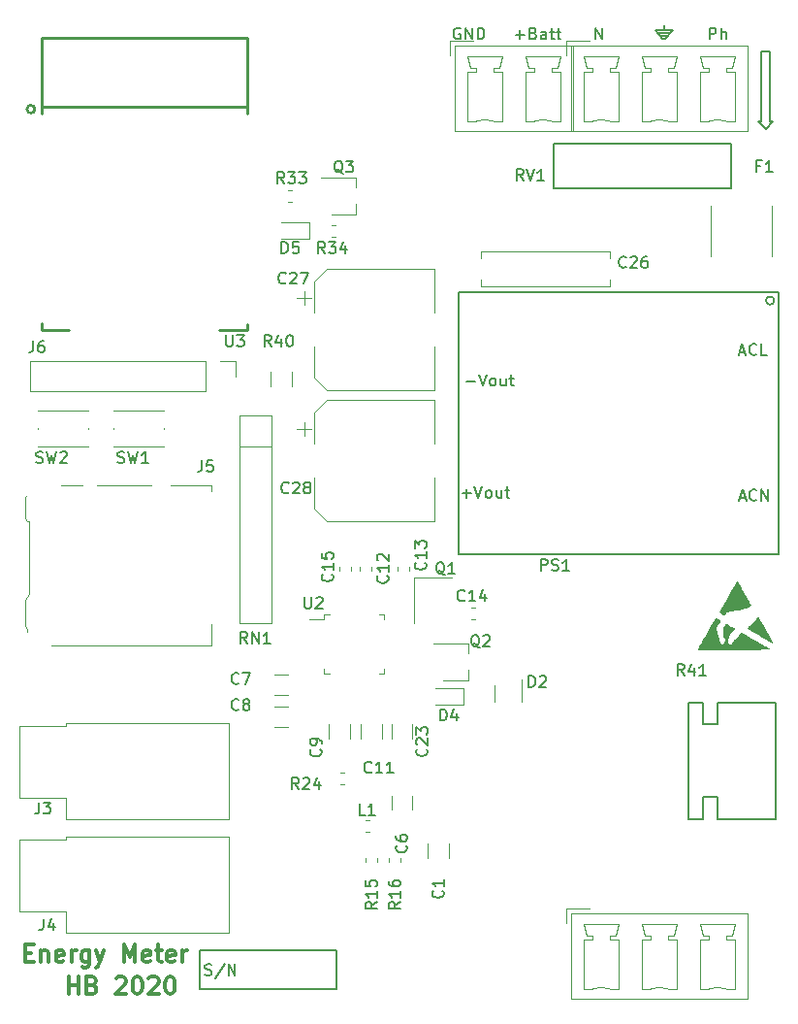
<source format=gbr>
G04 #@! TF.GenerationSoftware,KiCad,Pcbnew,5.0.2-bee76a0~70~ubuntu18.04.1*
G04 #@! TF.CreationDate,2020-04-22T18:31:07+02:00*
G04 #@! TF.ProjectId,Energy_Meter,456e6572-6779-45f4-9d65-7465722e6b69,rev?*
G04 #@! TF.SameCoordinates,Original*
G04 #@! TF.FileFunction,Legend,Top*
G04 #@! TF.FilePolarity,Positive*
%FSLAX46Y46*%
G04 Gerber Fmt 4.6, Leading zero omitted, Abs format (unit mm)*
G04 Created by KiCad (PCBNEW 5.0.2-bee76a0~70~ubuntu18.04.1) date mer. 22 avril 2020 18:31:07 CEST*
%MOMM*%
%LPD*%
G01*
G04 APERTURE LIST*
%ADD10C,0.200000*%
%ADD11C,0.300000*%
%ADD12C,0.120000*%
%ADD13C,0.150000*%
%ADD14C,0.254000*%
%ADD15C,0.010000*%
%ADD16C,0.158750*%
G04 APERTURE END LIST*
D10*
X187388666Y-173378761D02*
X187531523Y-173426380D01*
X187769619Y-173426380D01*
X187864857Y-173378761D01*
X187912476Y-173331142D01*
X187960095Y-173235904D01*
X187960095Y-173140666D01*
X187912476Y-173045428D01*
X187864857Y-172997809D01*
X187769619Y-172950190D01*
X187579142Y-172902571D01*
X187483904Y-172854952D01*
X187436285Y-172807333D01*
X187388666Y-172712095D01*
X187388666Y-172616857D01*
X187436285Y-172521619D01*
X187483904Y-172474000D01*
X187579142Y-172426380D01*
X187817238Y-172426380D01*
X187960095Y-172474000D01*
X189102952Y-172378761D02*
X188245809Y-173664476D01*
X189436285Y-173426380D02*
X189436285Y-172426380D01*
X190007714Y-173426380D01*
X190007714Y-172426380D01*
X198882000Y-171196000D02*
X186944000Y-171196000D01*
X198882000Y-174625000D02*
X198882000Y-171196000D01*
X186944000Y-174625000D02*
X198882000Y-174625000D01*
X186944000Y-171196000D02*
X186944000Y-174625000D01*
D11*
X175478857Y-175049571D02*
X175478857Y-173549571D01*
X175478857Y-174263857D02*
X176336000Y-174263857D01*
X176336000Y-175049571D02*
X176336000Y-173549571D01*
X177550285Y-174263857D02*
X177764571Y-174335285D01*
X177836000Y-174406714D01*
X177907428Y-174549571D01*
X177907428Y-174763857D01*
X177836000Y-174906714D01*
X177764571Y-174978142D01*
X177621714Y-175049571D01*
X177050285Y-175049571D01*
X177050285Y-173549571D01*
X177550285Y-173549571D01*
X177693142Y-173621000D01*
X177764571Y-173692428D01*
X177836000Y-173835285D01*
X177836000Y-173978142D01*
X177764571Y-174121000D01*
X177693142Y-174192428D01*
X177550285Y-174263857D01*
X177050285Y-174263857D01*
X179621714Y-173692428D02*
X179693142Y-173621000D01*
X179836000Y-173549571D01*
X180193142Y-173549571D01*
X180336000Y-173621000D01*
X180407428Y-173692428D01*
X180478857Y-173835285D01*
X180478857Y-173978142D01*
X180407428Y-174192428D01*
X179550285Y-175049571D01*
X180478857Y-175049571D01*
X181407428Y-173549571D02*
X181550285Y-173549571D01*
X181693142Y-173621000D01*
X181764571Y-173692428D01*
X181836000Y-173835285D01*
X181907428Y-174121000D01*
X181907428Y-174478142D01*
X181836000Y-174763857D01*
X181764571Y-174906714D01*
X181693142Y-174978142D01*
X181550285Y-175049571D01*
X181407428Y-175049571D01*
X181264571Y-174978142D01*
X181193142Y-174906714D01*
X181121714Y-174763857D01*
X181050285Y-174478142D01*
X181050285Y-174121000D01*
X181121714Y-173835285D01*
X181193142Y-173692428D01*
X181264571Y-173621000D01*
X181407428Y-173549571D01*
X182478857Y-173692428D02*
X182550285Y-173621000D01*
X182693142Y-173549571D01*
X183050285Y-173549571D01*
X183193142Y-173621000D01*
X183264571Y-173692428D01*
X183336000Y-173835285D01*
X183336000Y-173978142D01*
X183264571Y-174192428D01*
X182407428Y-175049571D01*
X183336000Y-175049571D01*
X184264571Y-173549571D02*
X184407428Y-173549571D01*
X184550285Y-173621000D01*
X184621714Y-173692428D01*
X184693142Y-173835285D01*
X184764571Y-174121000D01*
X184764571Y-174478142D01*
X184693142Y-174763857D01*
X184621714Y-174906714D01*
X184550285Y-174978142D01*
X184407428Y-175049571D01*
X184264571Y-175049571D01*
X184121714Y-174978142D01*
X184050285Y-174906714D01*
X183978857Y-174763857D01*
X183907428Y-174478142D01*
X183907428Y-174121000D01*
X183978857Y-173835285D01*
X184050285Y-173692428D01*
X184121714Y-173621000D01*
X184264571Y-173549571D01*
X171724714Y-171469857D02*
X172224714Y-171469857D01*
X172439000Y-172255571D02*
X171724714Y-172255571D01*
X171724714Y-170755571D01*
X172439000Y-170755571D01*
X173081857Y-171255571D02*
X173081857Y-172255571D01*
X173081857Y-171398428D02*
X173153285Y-171327000D01*
X173296142Y-171255571D01*
X173510428Y-171255571D01*
X173653285Y-171327000D01*
X173724714Y-171469857D01*
X173724714Y-172255571D01*
X175010428Y-172184142D02*
X174867571Y-172255571D01*
X174581857Y-172255571D01*
X174439000Y-172184142D01*
X174367571Y-172041285D01*
X174367571Y-171469857D01*
X174439000Y-171327000D01*
X174581857Y-171255571D01*
X174867571Y-171255571D01*
X175010428Y-171327000D01*
X175081857Y-171469857D01*
X175081857Y-171612714D01*
X174367571Y-171755571D01*
X175724714Y-172255571D02*
X175724714Y-171255571D01*
X175724714Y-171541285D02*
X175796142Y-171398428D01*
X175867571Y-171327000D01*
X176010428Y-171255571D01*
X176153285Y-171255571D01*
X177296142Y-171255571D02*
X177296142Y-172469857D01*
X177224714Y-172612714D01*
X177153285Y-172684142D01*
X177010428Y-172755571D01*
X176796142Y-172755571D01*
X176653285Y-172684142D01*
X177296142Y-172184142D02*
X177153285Y-172255571D01*
X176867571Y-172255571D01*
X176724714Y-172184142D01*
X176653285Y-172112714D01*
X176581857Y-171969857D01*
X176581857Y-171541285D01*
X176653285Y-171398428D01*
X176724714Y-171327000D01*
X176867571Y-171255571D01*
X177153285Y-171255571D01*
X177296142Y-171327000D01*
X177867571Y-171255571D02*
X178224714Y-172255571D01*
X178581857Y-171255571D02*
X178224714Y-172255571D01*
X178081857Y-172612714D01*
X178010428Y-172684142D01*
X177867571Y-172755571D01*
X180296142Y-172255571D02*
X180296142Y-170755571D01*
X180796142Y-171827000D01*
X181296142Y-170755571D01*
X181296142Y-172255571D01*
X182581857Y-172184142D02*
X182439000Y-172255571D01*
X182153285Y-172255571D01*
X182010428Y-172184142D01*
X181939000Y-172041285D01*
X181939000Y-171469857D01*
X182010428Y-171327000D01*
X182153285Y-171255571D01*
X182439000Y-171255571D01*
X182581857Y-171327000D01*
X182653285Y-171469857D01*
X182653285Y-171612714D01*
X181939000Y-171755571D01*
X183081857Y-171255571D02*
X183653285Y-171255571D01*
X183296142Y-170755571D02*
X183296142Y-172041285D01*
X183367571Y-172184142D01*
X183510428Y-172255571D01*
X183653285Y-172255571D01*
X184724714Y-172184142D02*
X184581857Y-172255571D01*
X184296142Y-172255571D01*
X184153285Y-172184142D01*
X184081857Y-172041285D01*
X184081857Y-171469857D01*
X184153285Y-171327000D01*
X184296142Y-171255571D01*
X184581857Y-171255571D01*
X184724714Y-171327000D01*
X184796142Y-171469857D01*
X184796142Y-171612714D01*
X184081857Y-171755571D01*
X185439000Y-172255571D02*
X185439000Y-171255571D01*
X185439000Y-171541285D02*
X185510428Y-171398428D01*
X185581857Y-171327000D01*
X185724714Y-171255571D01*
X185867571Y-171255571D01*
D10*
X236728000Y-98933000D02*
X236982000Y-98933000D01*
X236728000Y-92837000D02*
X236728000Y-98933000D01*
X235966000Y-92837000D02*
X236728000Y-92837000D01*
X235966000Y-98933000D02*
X235966000Y-92837000D01*
X235712000Y-98933000D02*
X235966000Y-98933000D01*
X236347000Y-99568000D02*
X235712000Y-98933000D01*
X236982000Y-98933000D02*
X236347000Y-99568000D01*
X227584000Y-91694000D02*
X228219000Y-90932000D01*
X226695000Y-90932000D02*
X227330000Y-91694000D01*
X227457000Y-91694000D02*
X227330000Y-91694000D01*
X227457000Y-91694000D02*
X227584000Y-91694000D01*
X227203000Y-91440000D02*
X227711000Y-91440000D01*
X227457000Y-91186000D02*
X226949000Y-91186000D01*
X227457000Y-91186000D02*
X227965000Y-91186000D01*
X227457000Y-90932000D02*
X226695000Y-90932000D01*
X227457000Y-90932000D02*
X228219000Y-90932000D01*
X227457000Y-90932000D02*
X227457000Y-90551000D01*
X209677095Y-90813000D02*
X209581857Y-90765380D01*
X209439000Y-90765380D01*
X209296142Y-90813000D01*
X209200904Y-90908238D01*
X209153285Y-91003476D01*
X209105666Y-91193952D01*
X209105666Y-91336809D01*
X209153285Y-91527285D01*
X209200904Y-91622523D01*
X209296142Y-91717761D01*
X209439000Y-91765380D01*
X209534238Y-91765380D01*
X209677095Y-91717761D01*
X209724714Y-91670142D01*
X209724714Y-91336809D01*
X209534238Y-91336809D01*
X210153285Y-91765380D02*
X210153285Y-90765380D01*
X210724714Y-91765380D01*
X210724714Y-90765380D01*
X211200904Y-91765380D02*
X211200904Y-90765380D01*
X211439000Y-90765380D01*
X211581857Y-90813000D01*
X211677095Y-90908238D01*
X211724714Y-91003476D01*
X211772333Y-91193952D01*
X211772333Y-91336809D01*
X211724714Y-91527285D01*
X211677095Y-91622523D01*
X211581857Y-91717761D01*
X211439000Y-91765380D01*
X211200904Y-91765380D01*
X214503238Y-91384428D02*
X215265142Y-91384428D01*
X214884190Y-91765380D02*
X214884190Y-91003476D01*
X216074666Y-91241571D02*
X216217523Y-91289190D01*
X216265142Y-91336809D01*
X216312761Y-91432047D01*
X216312761Y-91574904D01*
X216265142Y-91670142D01*
X216217523Y-91717761D01*
X216122285Y-91765380D01*
X215741333Y-91765380D01*
X215741333Y-90765380D01*
X216074666Y-90765380D01*
X216169904Y-90813000D01*
X216217523Y-90860619D01*
X216265142Y-90955857D01*
X216265142Y-91051095D01*
X216217523Y-91146333D01*
X216169904Y-91193952D01*
X216074666Y-91241571D01*
X215741333Y-91241571D01*
X217169904Y-91765380D02*
X217169904Y-91241571D01*
X217122285Y-91146333D01*
X217027047Y-91098714D01*
X216836571Y-91098714D01*
X216741333Y-91146333D01*
X217169904Y-91717761D02*
X217074666Y-91765380D01*
X216836571Y-91765380D01*
X216741333Y-91717761D01*
X216693714Y-91622523D01*
X216693714Y-91527285D01*
X216741333Y-91432047D01*
X216836571Y-91384428D01*
X217074666Y-91384428D01*
X217169904Y-91336809D01*
X217503238Y-91098714D02*
X217884190Y-91098714D01*
X217646095Y-90765380D02*
X217646095Y-91622523D01*
X217693714Y-91717761D01*
X217788952Y-91765380D01*
X217884190Y-91765380D01*
X218074666Y-91098714D02*
X218455619Y-91098714D01*
X218217523Y-90765380D02*
X218217523Y-91622523D01*
X218265142Y-91717761D01*
X218360380Y-91765380D01*
X218455619Y-91765380D01*
X221456285Y-91765380D02*
X221456285Y-90765380D01*
X222027714Y-91765380D01*
X222027714Y-90765380D01*
X231441714Y-91765380D02*
X231441714Y-90765380D01*
X231822666Y-90765380D01*
X231917904Y-90813000D01*
X231965523Y-90860619D01*
X232013142Y-90955857D01*
X232013142Y-91098714D01*
X231965523Y-91193952D01*
X231917904Y-91241571D01*
X231822666Y-91289190D01*
X231441714Y-91289190D01*
X232441714Y-91765380D02*
X232441714Y-90765380D01*
X232870285Y-91765380D02*
X232870285Y-91241571D01*
X232822666Y-91146333D01*
X232727428Y-91098714D01*
X232584571Y-91098714D01*
X232489333Y-91146333D01*
X232441714Y-91193952D01*
D12*
G04 #@! TO.C,L1*
X201377733Y-159891000D02*
X201720267Y-159891000D01*
X201377733Y-160911000D02*
X201720267Y-160911000D01*
G04 #@! TO.C,C23*
X205507000Y-151543936D02*
X205507000Y-152748064D01*
X203687000Y-151543936D02*
X203687000Y-152748064D01*
G04 #@! TO.C,Q3*
X198442000Y-107020000D02*
X200592000Y-107020000D01*
X197517000Y-103800000D02*
X200592000Y-103800000D01*
X200592000Y-103810000D02*
X200592000Y-104710000D01*
X200592000Y-106110000D02*
X200592000Y-107020000D01*
G04 #@! TO.C,Q2*
X210371000Y-146750000D02*
X210371000Y-147660000D01*
X210371000Y-144450000D02*
X210371000Y-145350000D01*
X207296000Y-144440000D02*
X210371000Y-144440000D01*
X208221000Y-147660000D02*
X210371000Y-147660000D01*
G04 #@! TO.C,J7*
X212585647Y-98923845D02*
G75*
G03X211086000Y-98924000I-749647J-1700155D01*
G01*
X217665647Y-98923845D02*
G75*
G03X216166000Y-98924000I-749647J-1700155D01*
G01*
X209186000Y-92314000D02*
X209186000Y-99784000D01*
X209186000Y-99784000D02*
X219566000Y-99784000D01*
X219566000Y-99784000D02*
X219566000Y-92314000D01*
X219566000Y-92314000D02*
X209186000Y-92314000D01*
X211086000Y-98924000D02*
X210336000Y-98924000D01*
X210336000Y-98924000D02*
X210336000Y-94624000D01*
X210336000Y-94624000D02*
X211086000Y-94624000D01*
X211086000Y-94624000D02*
X211086000Y-94274000D01*
X211086000Y-94274000D02*
X210586000Y-94274000D01*
X210586000Y-94274000D02*
X210336000Y-93274000D01*
X210336000Y-93274000D02*
X213336000Y-93274000D01*
X213336000Y-93274000D02*
X213086000Y-94274000D01*
X213086000Y-94274000D02*
X212586000Y-94274000D01*
X212586000Y-94274000D02*
X212586000Y-94624000D01*
X212586000Y-94624000D02*
X213336000Y-94624000D01*
X213336000Y-94624000D02*
X213336000Y-98924000D01*
X213336000Y-98924000D02*
X212586000Y-98924000D01*
X216166000Y-98924000D02*
X215416000Y-98924000D01*
X215416000Y-98924000D02*
X215416000Y-94624000D01*
X215416000Y-94624000D02*
X216166000Y-94624000D01*
X216166000Y-94624000D02*
X216166000Y-94274000D01*
X216166000Y-94274000D02*
X215666000Y-94274000D01*
X215666000Y-94274000D02*
X215416000Y-93274000D01*
X215416000Y-93274000D02*
X218416000Y-93274000D01*
X218416000Y-93274000D02*
X218166000Y-94274000D01*
X218166000Y-94274000D02*
X217666000Y-94274000D01*
X217666000Y-94274000D02*
X217666000Y-94624000D01*
X217666000Y-94624000D02*
X218416000Y-94624000D01*
X218416000Y-94624000D02*
X218416000Y-98924000D01*
X218416000Y-98924000D02*
X217666000Y-98924000D01*
X208796000Y-93174000D02*
X208796000Y-91924000D01*
X208796000Y-91924000D02*
X210796000Y-91924000D01*
D13*
G04 #@! TO.C,PS1*
X237490000Y-136652000D02*
X237490000Y-113792000D01*
X209550000Y-136652000D02*
X237490000Y-136652000D01*
X209550000Y-113792000D02*
X209550000Y-136652000D01*
X237490000Y-113792000D02*
X209550000Y-113792000D01*
X237087210Y-114554000D02*
G75*
G03X237087210Y-114554000I-359210J0D01*
G01*
D12*
G04 #@! TO.C,C1*
X208682000Y-163162064D02*
X208682000Y-161957936D01*
X206862000Y-163162064D02*
X206862000Y-161957936D01*
G04 #@! TO.C,F1*
X236858000Y-106254248D02*
X236858000Y-110661752D01*
X231518000Y-106254248D02*
X231518000Y-110661752D01*
D14*
G04 #@! TO.C,U3*
X173118000Y-91644000D02*
X191118000Y-91644000D01*
X173118000Y-97644000D02*
X191118000Y-97644000D01*
X172527411Y-97864000D02*
G75*
G03X172527411Y-97864000I-339411J0D01*
G01*
X191118000Y-91644000D02*
X191118000Y-98264000D01*
X173118000Y-117144000D02*
X173118000Y-116554000D01*
X173118000Y-117144000D02*
X175488000Y-117144000D01*
X191118000Y-117144000D02*
X188628000Y-117144000D01*
X191118000Y-117144000D02*
X191118000Y-116604000D01*
X173118000Y-91644000D02*
X173118000Y-98264000D01*
D13*
G04 #@! TO.C,R41*
X232156000Y-159766000D02*
X237236000Y-159766000D01*
X232156000Y-157861000D02*
X232156000Y-159766000D01*
X230886000Y-157861000D02*
X232156000Y-157861000D01*
X230886000Y-159766000D02*
X230886000Y-157861000D01*
X229616000Y-159766000D02*
X230886000Y-159766000D01*
X229616000Y-149606000D02*
X229616000Y-159766000D01*
X230886000Y-149606000D02*
X229616000Y-149606000D01*
X232156000Y-151511000D02*
X230886000Y-151511000D01*
X237236000Y-149606000D02*
X232156000Y-149606000D01*
X237236000Y-159766000D02*
X237236000Y-149606000D01*
X230886000Y-151511000D02*
X230886000Y-149606000D01*
X232156000Y-149606000D02*
X232156000Y-151511000D01*
D12*
G04 #@! TO.C,C6*
X203687000Y-158971064D02*
X203687000Y-157766936D01*
X205507000Y-158971064D02*
X205507000Y-157766936D01*
G04 #@! TO.C,C7*
X194658064Y-148992000D02*
X193453936Y-148992000D01*
X194658064Y-147172000D02*
X193453936Y-147172000D01*
G04 #@! TO.C,C8*
X194658064Y-151786000D02*
X193453936Y-151786000D01*
X194658064Y-149966000D02*
X193453936Y-149966000D01*
G04 #@! TO.C,C9*
X200046000Y-151543936D02*
X200046000Y-152748064D01*
X198226000Y-151543936D02*
X198226000Y-152748064D01*
G04 #@! TO.C,C11*
X201020000Y-151543936D02*
X201020000Y-152748064D01*
X202840000Y-151543936D02*
X202840000Y-152748064D01*
G04 #@! TO.C,C12*
X201932000Y-138093267D02*
X201932000Y-137750733D01*
X200912000Y-138093267D02*
X200912000Y-137750733D01*
G04 #@! TO.C,C13*
X205234000Y-138093267D02*
X205234000Y-137750733D01*
X204214000Y-138093267D02*
X204214000Y-137750733D01*
G04 #@! TO.C,C14*
X210648733Y-141349000D02*
X210991267Y-141349000D01*
X210648733Y-142369000D02*
X210991267Y-142369000D01*
G04 #@! TO.C,C15*
X199134000Y-138093267D02*
X199134000Y-137750733D01*
X200154000Y-138093267D02*
X200154000Y-137750733D01*
G04 #@! TO.C,C26*
X211470000Y-110240000D02*
X222710000Y-110240000D01*
X211470000Y-113280000D02*
X222710000Y-113280000D01*
X211470000Y-110240000D02*
X211470000Y-110835000D01*
X211470000Y-112685000D02*
X211470000Y-113280000D01*
X222710000Y-110240000D02*
X222710000Y-110835000D01*
X222710000Y-112685000D02*
X222710000Y-113280000D01*
G04 #@! TO.C,C27*
X196059000Y-113709000D02*
X196059000Y-114959000D01*
X195434000Y-114334000D02*
X196684000Y-114334000D01*
X196924000Y-121289563D02*
X197988437Y-122354000D01*
X196924000Y-112898437D02*
X197988437Y-111834000D01*
X196924000Y-112898437D02*
X196924000Y-115584000D01*
X196924000Y-121289563D02*
X196924000Y-118604000D01*
X197988437Y-122354000D02*
X207444000Y-122354000D01*
X197988437Y-111834000D02*
X207444000Y-111834000D01*
X207444000Y-111834000D02*
X207444000Y-115584000D01*
X207444000Y-122354000D02*
X207444000Y-118604000D01*
G04 #@! TO.C,C28*
X207444000Y-133784000D02*
X207444000Y-130034000D01*
X207444000Y-123264000D02*
X207444000Y-127014000D01*
X197988437Y-123264000D02*
X207444000Y-123264000D01*
X197988437Y-133784000D02*
X207444000Y-133784000D01*
X196924000Y-132719563D02*
X196924000Y-130034000D01*
X196924000Y-124328437D02*
X196924000Y-127014000D01*
X196924000Y-124328437D02*
X197988437Y-123264000D01*
X196924000Y-132719563D02*
X197988437Y-133784000D01*
X195434000Y-125764000D02*
X196684000Y-125764000D01*
X196059000Y-125139000D02*
X196059000Y-126389000D01*
G04 #@! TO.C,D2*
X215028000Y-149544000D02*
X215028000Y-147644000D01*
X212708000Y-148144000D02*
X212708000Y-149544000D01*
G04 #@! TO.C,D4*
X207480000Y-149833000D02*
X209940000Y-149833000D01*
X209940000Y-149833000D02*
X209940000Y-148363000D01*
X209940000Y-148363000D02*
X207480000Y-148363000D01*
G04 #@! TO.C,D5*
X196478000Y-107723000D02*
X194018000Y-107723000D01*
X196478000Y-109193000D02*
X196478000Y-107723000D01*
X194018000Y-109193000D02*
X196478000Y-109193000D01*
G04 #@! TO.C,J1*
X222745647Y-98923845D02*
G75*
G03X221246000Y-98924000I-749647J-1700155D01*
G01*
X227825647Y-98923845D02*
G75*
G03X226326000Y-98924000I-749647J-1700155D01*
G01*
X232905647Y-98923845D02*
G75*
G03X231406000Y-98924000I-749647J-1700155D01*
G01*
X219346000Y-92314000D02*
X219346000Y-99784000D01*
X219346000Y-99784000D02*
X234806000Y-99784000D01*
X234806000Y-99784000D02*
X234806000Y-92314000D01*
X234806000Y-92314000D02*
X219346000Y-92314000D01*
X221246000Y-98924000D02*
X220496000Y-98924000D01*
X220496000Y-98924000D02*
X220496000Y-94624000D01*
X220496000Y-94624000D02*
X221246000Y-94624000D01*
X221246000Y-94624000D02*
X221246000Y-94274000D01*
X221246000Y-94274000D02*
X220746000Y-94274000D01*
X220746000Y-94274000D02*
X220496000Y-93274000D01*
X220496000Y-93274000D02*
X223496000Y-93274000D01*
X223496000Y-93274000D02*
X223246000Y-94274000D01*
X223246000Y-94274000D02*
X222746000Y-94274000D01*
X222746000Y-94274000D02*
X222746000Y-94624000D01*
X222746000Y-94624000D02*
X223496000Y-94624000D01*
X223496000Y-94624000D02*
X223496000Y-98924000D01*
X223496000Y-98924000D02*
X222746000Y-98924000D01*
X226326000Y-98924000D02*
X225576000Y-98924000D01*
X225576000Y-98924000D02*
X225576000Y-94624000D01*
X225576000Y-94624000D02*
X226326000Y-94624000D01*
X226326000Y-94624000D02*
X226326000Y-94274000D01*
X226326000Y-94274000D02*
X225826000Y-94274000D01*
X225826000Y-94274000D02*
X225576000Y-93274000D01*
X225576000Y-93274000D02*
X228576000Y-93274000D01*
X228576000Y-93274000D02*
X228326000Y-94274000D01*
X228326000Y-94274000D02*
X227826000Y-94274000D01*
X227826000Y-94274000D02*
X227826000Y-94624000D01*
X227826000Y-94624000D02*
X228576000Y-94624000D01*
X228576000Y-94624000D02*
X228576000Y-98924000D01*
X228576000Y-98924000D02*
X227826000Y-98924000D01*
X231406000Y-98924000D02*
X230656000Y-98924000D01*
X230656000Y-98924000D02*
X230656000Y-94624000D01*
X230656000Y-94624000D02*
X231406000Y-94624000D01*
X231406000Y-94624000D02*
X231406000Y-94274000D01*
X231406000Y-94274000D02*
X230906000Y-94274000D01*
X230906000Y-94274000D02*
X230656000Y-93274000D01*
X230656000Y-93274000D02*
X233656000Y-93274000D01*
X233656000Y-93274000D02*
X233406000Y-94274000D01*
X233406000Y-94274000D02*
X232906000Y-94274000D01*
X232906000Y-94274000D02*
X232906000Y-94624000D01*
X232906000Y-94624000D02*
X233656000Y-94624000D01*
X233656000Y-94624000D02*
X233656000Y-98924000D01*
X233656000Y-98924000D02*
X232906000Y-98924000D01*
X218956000Y-93174000D02*
X218956000Y-91924000D01*
X218956000Y-91924000D02*
X220956000Y-91924000D01*
G04 #@! TO.C,J2*
X218956000Y-167616000D02*
X220956000Y-167616000D01*
X218956000Y-168866000D02*
X218956000Y-167616000D01*
X233656000Y-174616000D02*
X232906000Y-174616000D01*
X233656000Y-170316000D02*
X233656000Y-174616000D01*
X232906000Y-170316000D02*
X233656000Y-170316000D01*
X232906000Y-169966000D02*
X232906000Y-170316000D01*
X233406000Y-169966000D02*
X232906000Y-169966000D01*
X233656000Y-168966000D02*
X233406000Y-169966000D01*
X230656000Y-168966000D02*
X233656000Y-168966000D01*
X230906000Y-169966000D02*
X230656000Y-168966000D01*
X231406000Y-169966000D02*
X230906000Y-169966000D01*
X231406000Y-170316000D02*
X231406000Y-169966000D01*
X230656000Y-170316000D02*
X231406000Y-170316000D01*
X230656000Y-174616000D02*
X230656000Y-170316000D01*
X231406000Y-174616000D02*
X230656000Y-174616000D01*
X228576000Y-174616000D02*
X227826000Y-174616000D01*
X228576000Y-170316000D02*
X228576000Y-174616000D01*
X227826000Y-170316000D02*
X228576000Y-170316000D01*
X227826000Y-169966000D02*
X227826000Y-170316000D01*
X228326000Y-169966000D02*
X227826000Y-169966000D01*
X228576000Y-168966000D02*
X228326000Y-169966000D01*
X225576000Y-168966000D02*
X228576000Y-168966000D01*
X225826000Y-169966000D02*
X225576000Y-168966000D01*
X226326000Y-169966000D02*
X225826000Y-169966000D01*
X226326000Y-170316000D02*
X226326000Y-169966000D01*
X225576000Y-170316000D02*
X226326000Y-170316000D01*
X225576000Y-174616000D02*
X225576000Y-170316000D01*
X226326000Y-174616000D02*
X225576000Y-174616000D01*
X223496000Y-174616000D02*
X222746000Y-174616000D01*
X223496000Y-170316000D02*
X223496000Y-174616000D01*
X222746000Y-170316000D02*
X223496000Y-170316000D01*
X222746000Y-169966000D02*
X222746000Y-170316000D01*
X223246000Y-169966000D02*
X222746000Y-169966000D01*
X223496000Y-168966000D02*
X223246000Y-169966000D01*
X220496000Y-168966000D02*
X223496000Y-168966000D01*
X220746000Y-169966000D02*
X220496000Y-168966000D01*
X221246000Y-169966000D02*
X220746000Y-169966000D01*
X221246000Y-170316000D02*
X221246000Y-169966000D01*
X220496000Y-170316000D02*
X221246000Y-170316000D01*
X220496000Y-174616000D02*
X220496000Y-170316000D01*
X221246000Y-174616000D02*
X220496000Y-174616000D01*
X234806000Y-168006000D02*
X219346000Y-168006000D01*
X234806000Y-175476000D02*
X234806000Y-168006000D01*
X219346000Y-175476000D02*
X234806000Y-175476000D01*
X219346000Y-168006000D02*
X219346000Y-175476000D01*
X232905647Y-174615845D02*
G75*
G03X231406000Y-174616000I-749647J-1700155D01*
G01*
X227825647Y-174615845D02*
G75*
G03X226326000Y-174616000I-749647J-1700155D01*
G01*
X222745647Y-174615845D02*
G75*
G03X221246000Y-174616000I-749647J-1700155D01*
G01*
G04 #@! TO.C,J3*
X175210000Y-157922000D02*
X171210000Y-157922000D01*
X175210000Y-159822000D02*
X175210000Y-157922000D01*
X189450000Y-159822000D02*
X175210000Y-159822000D01*
X189450000Y-151382000D02*
X189450000Y-159822000D01*
X175210000Y-151382000D02*
X189450000Y-151382000D01*
X175210000Y-151682000D02*
X175210000Y-151382000D01*
X171210000Y-151682000D02*
X175210000Y-151682000D01*
X171210000Y-157922000D02*
X171210000Y-151682000D01*
G04 #@! TO.C,J4*
X171210000Y-167828000D02*
X171210000Y-161588000D01*
X171210000Y-161588000D02*
X175210000Y-161588000D01*
X175210000Y-161588000D02*
X175210000Y-161288000D01*
X175210000Y-161288000D02*
X189450000Y-161288000D01*
X189450000Y-161288000D02*
X189450000Y-169728000D01*
X189450000Y-169728000D02*
X175210000Y-169728000D01*
X175210000Y-169728000D02*
X175210000Y-167828000D01*
X175210000Y-167828000D02*
X171210000Y-167828000D01*
G04 #@! TO.C,J5*
X171701000Y-140673000D02*
X172051000Y-140163000D01*
X171901000Y-143183000D02*
X171901000Y-143443000D01*
X171701000Y-142983000D02*
X171901000Y-143183000D01*
X171701000Y-133583000D02*
X171901000Y-133793000D01*
X172051000Y-133793000D02*
X171901000Y-133793000D01*
X172051000Y-133793000D02*
X172051000Y-140163000D01*
X176661000Y-130693000D02*
X174861000Y-130693000D01*
X182661000Y-130693000D02*
X177961000Y-130693000D01*
X171701000Y-131723000D02*
X171901000Y-131523000D01*
X171701000Y-131723000D02*
X171701000Y-133583000D01*
X171701000Y-142983000D02*
X171701000Y-140673000D01*
X187971000Y-130693000D02*
X184361000Y-130693000D01*
X187971000Y-131143000D02*
X187971000Y-130693000D01*
X187971000Y-144663000D02*
X173961000Y-144663000D01*
X187971000Y-142743000D02*
X187971000Y-144663000D01*
G04 #@! TO.C,J6*
X172152000Y-119828000D02*
X172152000Y-122488000D01*
X187452000Y-119828000D02*
X172152000Y-119828000D01*
X187452000Y-122488000D02*
X172152000Y-122488000D01*
X187452000Y-119828000D02*
X187452000Y-122488000D01*
X188722000Y-119828000D02*
X190052000Y-119828000D01*
X190052000Y-119828000D02*
X190052000Y-121158000D01*
G04 #@! TO.C,Q1*
X208914000Y-138716000D02*
X205614000Y-138716000D01*
X205614000Y-138716000D02*
X205614000Y-142716000D01*
G04 #@! TO.C,R15*
X202440000Y-163150733D02*
X202440000Y-163493267D01*
X201420000Y-163150733D02*
X201420000Y-163493267D01*
G04 #@! TO.C,R16*
X203452000Y-163493267D02*
X203452000Y-163150733D01*
X204472000Y-163493267D02*
X204472000Y-163150733D01*
G04 #@! TO.C,R24*
X199561267Y-156720000D02*
X199218733Y-156720000D01*
X199561267Y-155700000D02*
X199218733Y-155700000D01*
G04 #@! TO.C,R33*
X194646733Y-105920000D02*
X194989267Y-105920000D01*
X194646733Y-104900000D02*
X194989267Y-104900000D01*
G04 #@! TO.C,R34*
X198799267Y-107948000D02*
X198456733Y-107948000D01*
X198799267Y-108968000D02*
X198456733Y-108968000D01*
G04 #@! TO.C,R40*
X193146000Y-122014064D02*
X193146000Y-120809936D01*
X194966000Y-122014064D02*
X194966000Y-120809936D01*
G04 #@! TO.C,RN1*
X193170000Y-124544000D02*
X190370000Y-124544000D01*
X190370000Y-124544000D02*
X190370000Y-142664000D01*
X190370000Y-142664000D02*
X193170000Y-142664000D01*
X193170000Y-142664000D02*
X193170000Y-124544000D01*
X193170000Y-127254000D02*
X190370000Y-127254000D01*
D13*
G04 #@! TO.C,RV1*
X217869000Y-104758000D02*
X233369000Y-104758000D01*
X217869000Y-100858000D02*
X233369000Y-100858000D01*
X233369000Y-100858000D02*
X233369000Y-104758000D01*
X217869000Y-100858000D02*
X217869000Y-104758000D01*
D12*
G04 #@! TO.C,SW1*
X179410000Y-125780000D02*
X179410000Y-125680000D01*
X183810000Y-124180000D02*
X179410000Y-124180000D01*
X179410000Y-127280000D02*
X183810000Y-127280000D01*
X183810000Y-125780000D02*
X183810000Y-125680000D01*
G04 #@! TO.C,SW2*
X177206000Y-125780000D02*
X177206000Y-125680000D01*
X172806000Y-127280000D02*
X177206000Y-127280000D01*
X177206000Y-124180000D02*
X172806000Y-124180000D01*
X172806000Y-125780000D02*
X172806000Y-125680000D01*
G04 #@! TO.C,U2*
X202566000Y-147136000D02*
X203016000Y-147136000D01*
X203016000Y-147136000D02*
X203016000Y-146686000D01*
X198246000Y-147136000D02*
X197796000Y-147136000D01*
X197796000Y-147136000D02*
X197796000Y-146686000D01*
X202566000Y-141916000D02*
X203016000Y-141916000D01*
X203016000Y-141916000D02*
X203016000Y-142366000D01*
X198246000Y-141916000D02*
X197796000Y-141916000D01*
X197796000Y-141916000D02*
X197796000Y-142366000D01*
X197796000Y-142366000D02*
X196481000Y-142366000D01*
D15*
G04 #@! TO.C,REF\002A\002A*
G36*
X233844043Y-139071835D02*
X233867065Y-139109245D01*
X233902534Y-139168514D01*
X233948996Y-139247118D01*
X234004996Y-139342538D01*
X234069081Y-139452250D01*
X234139796Y-139573734D01*
X234215687Y-139704468D01*
X234295299Y-139841930D01*
X234377178Y-139983598D01*
X234459870Y-140126951D01*
X234541921Y-140269467D01*
X234621876Y-140408624D01*
X234698281Y-140541901D01*
X234769682Y-140666776D01*
X234834624Y-140780727D01*
X234891653Y-140881233D01*
X234939315Y-140965772D01*
X234976155Y-141031822D01*
X235000720Y-141076862D01*
X235011554Y-141098370D01*
X235011951Y-141099714D01*
X234998501Y-141117965D01*
X234961114Y-141145882D01*
X234904235Y-141180725D01*
X234832312Y-141219754D01*
X234757015Y-141256843D01*
X234654560Y-141301817D01*
X234546817Y-141342226D01*
X234430073Y-141378969D01*
X234300618Y-141412942D01*
X234154740Y-141445044D01*
X233988726Y-141476173D01*
X233798866Y-141507227D01*
X233602469Y-141536145D01*
X233431834Y-141561800D01*
X233288545Y-141587198D01*
X233169008Y-141613602D01*
X233069630Y-141642273D01*
X232986818Y-141674473D01*
X232916978Y-141711465D01*
X232856518Y-141754512D01*
X232801845Y-141804875D01*
X232784214Y-141823583D01*
X232746000Y-141867139D01*
X232717732Y-141902682D01*
X232704618Y-141923583D01*
X232704268Y-141925297D01*
X232699680Y-141935806D01*
X232683758Y-141935924D01*
X232653266Y-141924254D01*
X232604968Y-141899396D01*
X232535627Y-141859952D01*
X232487439Y-141831587D01*
X232415583Y-141787247D01*
X232359742Y-141749279D01*
X232323667Y-141720416D01*
X232311113Y-141703388D01*
X232311121Y-141703264D01*
X232318906Y-141687037D01*
X232340892Y-141646400D01*
X232375803Y-141583567D01*
X232422363Y-141500752D01*
X232479295Y-141400172D01*
X232545323Y-141284040D01*
X232619172Y-141154571D01*
X232699564Y-141013980D01*
X232785224Y-140864482D01*
X232874876Y-140708292D01*
X232967243Y-140547624D01*
X233061049Y-140384693D01*
X233155018Y-140221713D01*
X233247874Y-140060900D01*
X233338340Y-139904468D01*
X233425141Y-139754633D01*
X233507000Y-139613608D01*
X233582641Y-139483609D01*
X233650787Y-139366849D01*
X233710163Y-139265545D01*
X233759493Y-139181911D01*
X233797500Y-139118162D01*
X233822907Y-139076511D01*
X233834440Y-139059175D01*
X233834923Y-139058805D01*
X233844043Y-139071835D01*
X233844043Y-139071835D01*
G37*
X233844043Y-139071835D02*
X233867065Y-139109245D01*
X233902534Y-139168514D01*
X233948996Y-139247118D01*
X234004996Y-139342538D01*
X234069081Y-139452250D01*
X234139796Y-139573734D01*
X234215687Y-139704468D01*
X234295299Y-139841930D01*
X234377178Y-139983598D01*
X234459870Y-140126951D01*
X234541921Y-140269467D01*
X234621876Y-140408624D01*
X234698281Y-140541901D01*
X234769682Y-140666776D01*
X234834624Y-140780727D01*
X234891653Y-140881233D01*
X234939315Y-140965772D01*
X234976155Y-141031822D01*
X235000720Y-141076862D01*
X235011554Y-141098370D01*
X235011951Y-141099714D01*
X234998501Y-141117965D01*
X234961114Y-141145882D01*
X234904235Y-141180725D01*
X234832312Y-141219754D01*
X234757015Y-141256843D01*
X234654560Y-141301817D01*
X234546817Y-141342226D01*
X234430073Y-141378969D01*
X234300618Y-141412942D01*
X234154740Y-141445044D01*
X233988726Y-141476173D01*
X233798866Y-141507227D01*
X233602469Y-141536145D01*
X233431834Y-141561800D01*
X233288545Y-141587198D01*
X233169008Y-141613602D01*
X233069630Y-141642273D01*
X232986818Y-141674473D01*
X232916978Y-141711465D01*
X232856518Y-141754512D01*
X232801845Y-141804875D01*
X232784214Y-141823583D01*
X232746000Y-141867139D01*
X232717732Y-141902682D01*
X232704618Y-141923583D01*
X232704268Y-141925297D01*
X232699680Y-141935806D01*
X232683758Y-141935924D01*
X232653266Y-141924254D01*
X232604968Y-141899396D01*
X232535627Y-141859952D01*
X232487439Y-141831587D01*
X232415583Y-141787247D01*
X232359742Y-141749279D01*
X232323667Y-141720416D01*
X232311113Y-141703388D01*
X232311121Y-141703264D01*
X232318906Y-141687037D01*
X232340892Y-141646400D01*
X232375803Y-141583567D01*
X232422363Y-141500752D01*
X232479295Y-141400172D01*
X232545323Y-141284040D01*
X232619172Y-141154571D01*
X232699564Y-141013980D01*
X232785224Y-140864482D01*
X232874876Y-140708292D01*
X232967243Y-140547624D01*
X233061049Y-140384693D01*
X233155018Y-140221713D01*
X233247874Y-140060900D01*
X233338340Y-139904468D01*
X233425141Y-139754633D01*
X233507000Y-139613608D01*
X233582641Y-139483609D01*
X233650787Y-139366849D01*
X233710163Y-139265545D01*
X233759493Y-139181911D01*
X233797500Y-139118162D01*
X233822907Y-139076511D01*
X233834440Y-139059175D01*
X233834923Y-139058805D01*
X233844043Y-139071835D01*
G36*
X235667528Y-142220619D02*
X235678908Y-142239693D01*
X235704488Y-142283421D01*
X235743002Y-142349619D01*
X235793186Y-142436102D01*
X235853775Y-142540685D01*
X235923503Y-142661183D01*
X236001107Y-142795412D01*
X236085320Y-142941187D01*
X236174879Y-143096323D01*
X236266998Y-143256000D01*
X236361076Y-143419117D01*
X236451402Y-143575709D01*
X236536665Y-143723506D01*
X236615557Y-143860240D01*
X236686769Y-143983642D01*
X236748991Y-144091444D01*
X236800913Y-144181377D01*
X236841228Y-144251173D01*
X236868624Y-144298564D01*
X236881507Y-144320786D01*
X236902507Y-144358330D01*
X236913925Y-144381831D01*
X236914551Y-144385920D01*
X236900636Y-144378242D01*
X236861941Y-144356203D01*
X236800487Y-144320971D01*
X236718298Y-144273711D01*
X236617396Y-144215589D01*
X236499805Y-144147771D01*
X236367546Y-144071424D01*
X236222642Y-143987714D01*
X236067117Y-143897806D01*
X235902992Y-143802867D01*
X235840549Y-143766732D01*
X235673487Y-143670083D01*
X235514074Y-143577938D01*
X235364355Y-143491475D01*
X235226376Y-143411871D01*
X235102185Y-143340305D01*
X234993827Y-143277955D01*
X234903348Y-143225998D01*
X234832796Y-143185613D01*
X234784215Y-143157978D01*
X234759654Y-143144272D01*
X234757085Y-143142974D01*
X234764569Y-143131220D01*
X234790614Y-143099795D01*
X234832559Y-143051594D01*
X234887746Y-142989510D01*
X234953517Y-142916439D01*
X235027212Y-142835276D01*
X235106173Y-142748916D01*
X235187740Y-142660253D01*
X235269254Y-142572182D01*
X235348057Y-142487599D01*
X235421490Y-142409397D01*
X235486893Y-142340472D01*
X235541608Y-142283719D01*
X235582977Y-142242032D01*
X235597164Y-142228363D01*
X235644180Y-142184201D01*
X235667528Y-142220619D01*
X235667528Y-142220619D01*
G37*
X235667528Y-142220619D02*
X235678908Y-142239693D01*
X235704488Y-142283421D01*
X235743002Y-142349619D01*
X235793186Y-142436102D01*
X235853775Y-142540685D01*
X235923503Y-142661183D01*
X236001107Y-142795412D01*
X236085320Y-142941187D01*
X236174879Y-143096323D01*
X236266998Y-143256000D01*
X236361076Y-143419117D01*
X236451402Y-143575709D01*
X236536665Y-143723506D01*
X236615557Y-143860240D01*
X236686769Y-143983642D01*
X236748991Y-144091444D01*
X236800913Y-144181377D01*
X236841228Y-144251173D01*
X236868624Y-144298564D01*
X236881507Y-144320786D01*
X236902507Y-144358330D01*
X236913925Y-144381831D01*
X236914551Y-144385920D01*
X236900636Y-144378242D01*
X236861941Y-144356203D01*
X236800487Y-144320971D01*
X236718298Y-144273711D01*
X236617396Y-144215589D01*
X236499805Y-144147771D01*
X236367546Y-144071424D01*
X236222642Y-143987714D01*
X236067117Y-143897806D01*
X235902992Y-143802867D01*
X235840549Y-143766732D01*
X235673487Y-143670083D01*
X235514074Y-143577938D01*
X235364355Y-143491475D01*
X235226376Y-143411871D01*
X235102185Y-143340305D01*
X234993827Y-143277955D01*
X234903348Y-143225998D01*
X234832796Y-143185613D01*
X234784215Y-143157978D01*
X234759654Y-143144272D01*
X234757085Y-143142974D01*
X234764569Y-143131220D01*
X234790614Y-143099795D01*
X234832559Y-143051594D01*
X234887746Y-142989510D01*
X234953517Y-142916439D01*
X235027212Y-142835276D01*
X235106173Y-142748916D01*
X235187740Y-142660253D01*
X235269254Y-142572182D01*
X235348057Y-142487599D01*
X235421490Y-142409397D01*
X235486893Y-142340472D01*
X235541608Y-142283719D01*
X235582977Y-142242032D01*
X235597164Y-142228363D01*
X235644180Y-142184201D01*
X235667528Y-142220619D01*
G36*
X232002094Y-142277158D02*
X232034619Y-142289736D01*
X232084193Y-142314712D01*
X232155374Y-142353876D01*
X232160916Y-142356988D01*
X232226474Y-142394476D01*
X232281798Y-142427319D01*
X232321455Y-142452205D01*
X232340012Y-142465820D01*
X232340531Y-142466487D01*
X232336048Y-142485390D01*
X232315486Y-142527605D01*
X232280183Y-142590832D01*
X232231480Y-142672772D01*
X232170718Y-142771122D01*
X232099236Y-142883585D01*
X232081445Y-142911165D01*
X232035093Y-142987699D01*
X232001342Y-143053556D01*
X231983153Y-143102782D01*
X231981286Y-143112507D01*
X231982115Y-143155312D01*
X231991394Y-143223209D01*
X232007968Y-143311843D01*
X232030680Y-143416859D01*
X232058373Y-143533902D01*
X232089890Y-143658616D01*
X232124075Y-143786645D01*
X232159771Y-143913634D01*
X232195821Y-144035228D01*
X232231068Y-144147072D01*
X232264356Y-144244810D01*
X232294528Y-144324087D01*
X232315561Y-144371122D01*
X232340337Y-144421225D01*
X232363730Y-144469168D01*
X232364997Y-144471793D01*
X232403699Y-144520220D01*
X232460184Y-144552828D01*
X232525939Y-144568454D01*
X232592451Y-144565937D01*
X232651205Y-144544114D01*
X232684258Y-144515382D01*
X232731859Y-144436583D01*
X232766739Y-144338378D01*
X232785877Y-144230779D01*
X232788588Y-144169780D01*
X232777670Y-144055935D01*
X232745624Y-143961660D01*
X232690726Y-143882379D01*
X232673607Y-143864733D01*
X232622661Y-143815235D01*
X232619163Y-143465362D01*
X232615664Y-143115489D01*
X232704818Y-142980531D01*
X232746654Y-142919445D01*
X232786945Y-142864493D01*
X232819943Y-142823336D01*
X232834126Y-142808192D01*
X232874281Y-142770810D01*
X232928665Y-142800098D01*
X232963039Y-142821084D01*
X232981846Y-142837378D01*
X232983049Y-142840307D01*
X232995903Y-142852728D01*
X233017896Y-142861977D01*
X233039150Y-142870313D01*
X233071694Y-142886149D01*
X233118322Y-142911033D01*
X233181829Y-142946509D01*
X233265008Y-142994123D01*
X233370653Y-143055422D01*
X233428062Y-143088932D01*
X233495594Y-143129071D01*
X233539885Y-143157659D01*
X233564855Y-143178039D01*
X233574423Y-143193553D01*
X233572508Y-143207546D01*
X233570911Y-143210796D01*
X233555376Y-143231266D01*
X233522136Y-143269665D01*
X233475062Y-143321696D01*
X233418028Y-143383066D01*
X233368700Y-143435090D01*
X233255030Y-143558567D01*
X233166105Y-143665591D01*
X233101134Y-143757240D01*
X233059321Y-143834588D01*
X233045217Y-143873866D01*
X233039392Y-143908249D01*
X233033375Y-143966899D01*
X233027696Y-144043117D01*
X233022884Y-144130202D01*
X233020619Y-144185268D01*
X233017459Y-144280464D01*
X233016069Y-144350062D01*
X233016858Y-144399409D01*
X233020235Y-144433854D01*
X233026608Y-144458743D01*
X233036387Y-144479425D01*
X233044067Y-144492053D01*
X233088421Y-144540726D01*
X233145574Y-144574645D01*
X233205708Y-144589438D01*
X233250773Y-144584086D01*
X233291576Y-144560930D01*
X233342724Y-144519462D01*
X233397042Y-144466912D01*
X233447357Y-144410516D01*
X233486494Y-144357505D01*
X233500905Y-144331889D01*
X233522491Y-144296814D01*
X233561753Y-144243389D01*
X233615102Y-144175789D01*
X233678952Y-144098190D01*
X233749715Y-144014768D01*
X233823804Y-143929698D01*
X233897632Y-143847155D01*
X233967611Y-143771316D01*
X234030155Y-143706356D01*
X234079260Y-143658669D01*
X234133779Y-143611032D01*
X234179642Y-143575908D01*
X234211811Y-143556949D01*
X234222489Y-143554864D01*
X234238853Y-143563274D01*
X234279671Y-143585846D01*
X234342586Y-143621224D01*
X234425244Y-143668054D01*
X234525289Y-143724981D01*
X234640366Y-143790649D01*
X234768119Y-143863703D01*
X234906194Y-143942788D01*
X235052234Y-144026548D01*
X235203884Y-144113629D01*
X235358790Y-144202676D01*
X235514595Y-144292332D01*
X235668944Y-144381243D01*
X235819482Y-144468054D01*
X235963854Y-144551409D01*
X236099704Y-144629954D01*
X236224677Y-144702333D01*
X236336417Y-144767190D01*
X236432570Y-144823171D01*
X236510779Y-144868920D01*
X236568689Y-144903083D01*
X236603946Y-144924304D01*
X236614165Y-144930963D01*
X236600402Y-144932280D01*
X236557104Y-144933559D01*
X236485714Y-144934796D01*
X236387673Y-144935983D01*
X236264422Y-144937115D01*
X236117403Y-144938186D01*
X235948057Y-144939189D01*
X235757826Y-144940119D01*
X235548151Y-144940968D01*
X235320473Y-144941732D01*
X235076235Y-144942403D01*
X234816877Y-144942976D01*
X234543841Y-144943444D01*
X234258568Y-144943802D01*
X233962500Y-144944042D01*
X233657079Y-144944159D01*
X233528924Y-144944171D01*
X230428970Y-144944171D01*
X230650053Y-144560847D01*
X230696856Y-144479680D01*
X230757102Y-144375166D01*
X230828778Y-144250801D01*
X230909869Y-144110082D01*
X230998362Y-143956503D01*
X231092240Y-143793562D01*
X231189491Y-143624754D01*
X231288100Y-143453575D01*
X231386053Y-143283521D01*
X231410825Y-143240512D01*
X231501152Y-143083857D01*
X231587289Y-142934803D01*
X231667942Y-142795568D01*
X231741816Y-142668371D01*
X231807617Y-142555432D01*
X231864050Y-142458968D01*
X231909821Y-142381200D01*
X231943635Y-142324346D01*
X231964198Y-142290625D01*
X231969953Y-142282040D01*
X231982058Y-142275189D01*
X232002094Y-142277158D01*
X232002094Y-142277158D01*
G37*
X232002094Y-142277158D02*
X232034619Y-142289736D01*
X232084193Y-142314712D01*
X232155374Y-142353876D01*
X232160916Y-142356988D01*
X232226474Y-142394476D01*
X232281798Y-142427319D01*
X232321455Y-142452205D01*
X232340012Y-142465820D01*
X232340531Y-142466487D01*
X232336048Y-142485390D01*
X232315486Y-142527605D01*
X232280183Y-142590832D01*
X232231480Y-142672772D01*
X232170718Y-142771122D01*
X232099236Y-142883585D01*
X232081445Y-142911165D01*
X232035093Y-142987699D01*
X232001342Y-143053556D01*
X231983153Y-143102782D01*
X231981286Y-143112507D01*
X231982115Y-143155312D01*
X231991394Y-143223209D01*
X232007968Y-143311843D01*
X232030680Y-143416859D01*
X232058373Y-143533902D01*
X232089890Y-143658616D01*
X232124075Y-143786645D01*
X232159771Y-143913634D01*
X232195821Y-144035228D01*
X232231068Y-144147072D01*
X232264356Y-144244810D01*
X232294528Y-144324087D01*
X232315561Y-144371122D01*
X232340337Y-144421225D01*
X232363730Y-144469168D01*
X232364997Y-144471793D01*
X232403699Y-144520220D01*
X232460184Y-144552828D01*
X232525939Y-144568454D01*
X232592451Y-144565937D01*
X232651205Y-144544114D01*
X232684258Y-144515382D01*
X232731859Y-144436583D01*
X232766739Y-144338378D01*
X232785877Y-144230779D01*
X232788588Y-144169780D01*
X232777670Y-144055935D01*
X232745624Y-143961660D01*
X232690726Y-143882379D01*
X232673607Y-143864733D01*
X232622661Y-143815235D01*
X232619163Y-143465362D01*
X232615664Y-143115489D01*
X232704818Y-142980531D01*
X232746654Y-142919445D01*
X232786945Y-142864493D01*
X232819943Y-142823336D01*
X232834126Y-142808192D01*
X232874281Y-142770810D01*
X232928665Y-142800098D01*
X232963039Y-142821084D01*
X232981846Y-142837378D01*
X232983049Y-142840307D01*
X232995903Y-142852728D01*
X233017896Y-142861977D01*
X233039150Y-142870313D01*
X233071694Y-142886149D01*
X233118322Y-142911033D01*
X233181829Y-142946509D01*
X233265008Y-142994123D01*
X233370653Y-143055422D01*
X233428062Y-143088932D01*
X233495594Y-143129071D01*
X233539885Y-143157659D01*
X233564855Y-143178039D01*
X233574423Y-143193553D01*
X233572508Y-143207546D01*
X233570911Y-143210796D01*
X233555376Y-143231266D01*
X233522136Y-143269665D01*
X233475062Y-143321696D01*
X233418028Y-143383066D01*
X233368700Y-143435090D01*
X233255030Y-143558567D01*
X233166105Y-143665591D01*
X233101134Y-143757240D01*
X233059321Y-143834588D01*
X233045217Y-143873866D01*
X233039392Y-143908249D01*
X233033375Y-143966899D01*
X233027696Y-144043117D01*
X233022884Y-144130202D01*
X233020619Y-144185268D01*
X233017459Y-144280464D01*
X233016069Y-144350062D01*
X233016858Y-144399409D01*
X233020235Y-144433854D01*
X233026608Y-144458743D01*
X233036387Y-144479425D01*
X233044067Y-144492053D01*
X233088421Y-144540726D01*
X233145574Y-144574645D01*
X233205708Y-144589438D01*
X233250773Y-144584086D01*
X233291576Y-144560930D01*
X233342724Y-144519462D01*
X233397042Y-144466912D01*
X233447357Y-144410516D01*
X233486494Y-144357505D01*
X233500905Y-144331889D01*
X233522491Y-144296814D01*
X233561753Y-144243389D01*
X233615102Y-144175789D01*
X233678952Y-144098190D01*
X233749715Y-144014768D01*
X233823804Y-143929698D01*
X233897632Y-143847155D01*
X233967611Y-143771316D01*
X234030155Y-143706356D01*
X234079260Y-143658669D01*
X234133779Y-143611032D01*
X234179642Y-143575908D01*
X234211811Y-143556949D01*
X234222489Y-143554864D01*
X234238853Y-143563274D01*
X234279671Y-143585846D01*
X234342586Y-143621224D01*
X234425244Y-143668054D01*
X234525289Y-143724981D01*
X234640366Y-143790649D01*
X234768119Y-143863703D01*
X234906194Y-143942788D01*
X235052234Y-144026548D01*
X235203884Y-144113629D01*
X235358790Y-144202676D01*
X235514595Y-144292332D01*
X235668944Y-144381243D01*
X235819482Y-144468054D01*
X235963854Y-144551409D01*
X236099704Y-144629954D01*
X236224677Y-144702333D01*
X236336417Y-144767190D01*
X236432570Y-144823171D01*
X236510779Y-144868920D01*
X236568689Y-144903083D01*
X236603946Y-144924304D01*
X236614165Y-144930963D01*
X236600402Y-144932280D01*
X236557104Y-144933559D01*
X236485714Y-144934796D01*
X236387673Y-144935983D01*
X236264422Y-144937115D01*
X236117403Y-144938186D01*
X235948057Y-144939189D01*
X235757826Y-144940119D01*
X235548151Y-144940968D01*
X235320473Y-144941732D01*
X235076235Y-144942403D01*
X234816877Y-144942976D01*
X234543841Y-144943444D01*
X234258568Y-144943802D01*
X233962500Y-144944042D01*
X233657079Y-144944159D01*
X233528924Y-144944171D01*
X230428970Y-144944171D01*
X230650053Y-144560847D01*
X230696856Y-144479680D01*
X230757102Y-144375166D01*
X230828778Y-144250801D01*
X230909869Y-144110082D01*
X230998362Y-143956503D01*
X231092240Y-143793562D01*
X231189491Y-143624754D01*
X231288100Y-143453575D01*
X231386053Y-143283521D01*
X231410825Y-143240512D01*
X231501152Y-143083857D01*
X231587289Y-142934803D01*
X231667942Y-142795568D01*
X231741816Y-142668371D01*
X231807617Y-142555432D01*
X231864050Y-142458968D01*
X231909821Y-142381200D01*
X231943635Y-142324346D01*
X231964198Y-142290625D01*
X231969953Y-142282040D01*
X231982058Y-142275189D01*
X232002094Y-142277158D01*
G04 #@! TO.C,L1*
D13*
X201382333Y-159423380D02*
X200906142Y-159423380D01*
X200906142Y-158423380D01*
X202239476Y-159423380D02*
X201668047Y-159423380D01*
X201953761Y-159423380D02*
X201953761Y-158423380D01*
X201858523Y-158566238D01*
X201763285Y-158661476D01*
X201668047Y-158709095D01*
G04 #@! TO.C,C23*
X206732142Y-153677857D02*
X206779761Y-153725476D01*
X206827380Y-153868333D01*
X206827380Y-153963571D01*
X206779761Y-154106428D01*
X206684523Y-154201666D01*
X206589285Y-154249285D01*
X206398809Y-154296904D01*
X206255952Y-154296904D01*
X206065476Y-154249285D01*
X205970238Y-154201666D01*
X205875000Y-154106428D01*
X205827380Y-153963571D01*
X205827380Y-153868333D01*
X205875000Y-153725476D01*
X205922619Y-153677857D01*
X205922619Y-153296904D02*
X205875000Y-153249285D01*
X205827380Y-153154047D01*
X205827380Y-152915952D01*
X205875000Y-152820714D01*
X205922619Y-152773095D01*
X206017857Y-152725476D01*
X206113095Y-152725476D01*
X206255952Y-152773095D01*
X206827380Y-153344523D01*
X206827380Y-152725476D01*
X205827380Y-152392142D02*
X205827380Y-151773095D01*
X206208333Y-152106428D01*
X206208333Y-151963571D01*
X206255952Y-151868333D01*
X206303571Y-151820714D01*
X206398809Y-151773095D01*
X206636904Y-151773095D01*
X206732142Y-151820714D01*
X206779761Y-151868333D01*
X206827380Y-151963571D01*
X206827380Y-152249285D01*
X206779761Y-152344523D01*
X206732142Y-152392142D01*
G04 #@! TO.C,Q3*
X199421761Y-103457619D02*
X199326523Y-103410000D01*
X199231285Y-103314761D01*
X199088428Y-103171904D01*
X198993190Y-103124285D01*
X198897952Y-103124285D01*
X198945571Y-103362380D02*
X198850333Y-103314761D01*
X198755095Y-103219523D01*
X198707476Y-103029047D01*
X198707476Y-102695714D01*
X198755095Y-102505238D01*
X198850333Y-102410000D01*
X198945571Y-102362380D01*
X199136047Y-102362380D01*
X199231285Y-102410000D01*
X199326523Y-102505238D01*
X199374142Y-102695714D01*
X199374142Y-103029047D01*
X199326523Y-103219523D01*
X199231285Y-103314761D01*
X199136047Y-103362380D01*
X198945571Y-103362380D01*
X199707476Y-102362380D02*
X200326523Y-102362380D01*
X199993190Y-102743333D01*
X200136047Y-102743333D01*
X200231285Y-102790952D01*
X200278904Y-102838571D01*
X200326523Y-102933809D01*
X200326523Y-103171904D01*
X200278904Y-103267142D01*
X200231285Y-103314761D01*
X200136047Y-103362380D01*
X199850333Y-103362380D01*
X199755095Y-103314761D01*
X199707476Y-103267142D01*
G04 #@! TO.C,Q2*
X211359761Y-144819619D02*
X211264523Y-144772000D01*
X211169285Y-144676761D01*
X211026428Y-144533904D01*
X210931190Y-144486285D01*
X210835952Y-144486285D01*
X210883571Y-144724380D02*
X210788333Y-144676761D01*
X210693095Y-144581523D01*
X210645476Y-144391047D01*
X210645476Y-144057714D01*
X210693095Y-143867238D01*
X210788333Y-143772000D01*
X210883571Y-143724380D01*
X211074047Y-143724380D01*
X211169285Y-143772000D01*
X211264523Y-143867238D01*
X211312142Y-144057714D01*
X211312142Y-144391047D01*
X211264523Y-144581523D01*
X211169285Y-144676761D01*
X211074047Y-144724380D01*
X210883571Y-144724380D01*
X211693095Y-143819619D02*
X211740714Y-143772000D01*
X211835952Y-143724380D01*
X212074047Y-143724380D01*
X212169285Y-143772000D01*
X212216904Y-143819619D01*
X212264523Y-143914857D01*
X212264523Y-144010095D01*
X212216904Y-144152952D01*
X211645476Y-144724380D01*
X212264523Y-144724380D01*
G04 #@! TO.C,PS1*
X216717714Y-138120380D02*
X216717714Y-137120380D01*
X217098666Y-137120380D01*
X217193904Y-137168000D01*
X217241523Y-137215619D01*
X217289142Y-137310857D01*
X217289142Y-137453714D01*
X217241523Y-137548952D01*
X217193904Y-137596571D01*
X217098666Y-137644190D01*
X216717714Y-137644190D01*
X217670095Y-138072761D02*
X217812952Y-138120380D01*
X218051047Y-138120380D01*
X218146285Y-138072761D01*
X218193904Y-138025142D01*
X218241523Y-137929904D01*
X218241523Y-137834666D01*
X218193904Y-137739428D01*
X218146285Y-137691809D01*
X218051047Y-137644190D01*
X217860571Y-137596571D01*
X217765333Y-137548952D01*
X217717714Y-137501333D01*
X217670095Y-137406095D01*
X217670095Y-137310857D01*
X217717714Y-137215619D01*
X217765333Y-137168000D01*
X217860571Y-137120380D01*
X218098666Y-137120380D01*
X218241523Y-137168000D01*
X219193904Y-138120380D02*
X218622476Y-138120380D01*
X218908190Y-138120380D02*
X218908190Y-137120380D01*
X218812952Y-137263238D01*
X218717714Y-137358476D01*
X218622476Y-137406095D01*
X234069095Y-131738666D02*
X234545285Y-131738666D01*
X233973857Y-132024380D02*
X234307190Y-131024380D01*
X234640523Y-132024380D01*
X235545285Y-131929142D02*
X235497666Y-131976761D01*
X235354809Y-132024380D01*
X235259571Y-132024380D01*
X235116714Y-131976761D01*
X235021476Y-131881523D01*
X234973857Y-131786285D01*
X234926238Y-131595809D01*
X234926238Y-131452952D01*
X234973857Y-131262476D01*
X235021476Y-131167238D01*
X235116714Y-131072000D01*
X235259571Y-131024380D01*
X235354809Y-131024380D01*
X235497666Y-131072000D01*
X235545285Y-131119619D01*
X235973857Y-132024380D02*
X235973857Y-131024380D01*
X236545285Y-132024380D01*
X236545285Y-131024380D01*
X234061142Y-119038666D02*
X234537333Y-119038666D01*
X233965904Y-119324380D02*
X234299238Y-118324380D01*
X234632571Y-119324380D01*
X235537333Y-119229142D02*
X235489714Y-119276761D01*
X235346857Y-119324380D01*
X235251619Y-119324380D01*
X235108761Y-119276761D01*
X235013523Y-119181523D01*
X234965904Y-119086285D01*
X234918285Y-118895809D01*
X234918285Y-118752952D01*
X234965904Y-118562476D01*
X235013523Y-118467238D01*
X235108761Y-118372000D01*
X235251619Y-118324380D01*
X235346857Y-118324380D01*
X235489714Y-118372000D01*
X235537333Y-118419619D01*
X236442095Y-119324380D02*
X235965904Y-119324380D01*
X235965904Y-118324380D01*
X209836000Y-131389428D02*
X210597904Y-131389428D01*
X210216952Y-131770380D02*
X210216952Y-131008476D01*
X210931238Y-130770380D02*
X211264571Y-131770380D01*
X211597904Y-130770380D01*
X212074095Y-131770380D02*
X211978857Y-131722761D01*
X211931238Y-131675142D01*
X211883619Y-131579904D01*
X211883619Y-131294190D01*
X211931238Y-131198952D01*
X211978857Y-131151333D01*
X212074095Y-131103714D01*
X212216952Y-131103714D01*
X212312190Y-131151333D01*
X212359809Y-131198952D01*
X212407428Y-131294190D01*
X212407428Y-131579904D01*
X212359809Y-131675142D01*
X212312190Y-131722761D01*
X212216952Y-131770380D01*
X212074095Y-131770380D01*
X213264571Y-131103714D02*
X213264571Y-131770380D01*
X212836000Y-131103714D02*
X212836000Y-131627523D01*
X212883619Y-131722761D01*
X212978857Y-131770380D01*
X213121714Y-131770380D01*
X213216952Y-131722761D01*
X213264571Y-131675142D01*
X213597904Y-131103714D02*
X213978857Y-131103714D01*
X213740761Y-130770380D02*
X213740761Y-131627523D01*
X213788380Y-131722761D01*
X213883619Y-131770380D01*
X213978857Y-131770380D01*
X210217000Y-121610428D02*
X210978904Y-121610428D01*
X211312238Y-120991380D02*
X211645571Y-121991380D01*
X211978904Y-120991380D01*
X212455095Y-121991380D02*
X212359857Y-121943761D01*
X212312238Y-121896142D01*
X212264619Y-121800904D01*
X212264619Y-121515190D01*
X212312238Y-121419952D01*
X212359857Y-121372333D01*
X212455095Y-121324714D01*
X212597952Y-121324714D01*
X212693190Y-121372333D01*
X212740809Y-121419952D01*
X212788428Y-121515190D01*
X212788428Y-121800904D01*
X212740809Y-121896142D01*
X212693190Y-121943761D01*
X212597952Y-121991380D01*
X212455095Y-121991380D01*
X213645571Y-121324714D02*
X213645571Y-121991380D01*
X213217000Y-121324714D02*
X213217000Y-121848523D01*
X213264619Y-121943761D01*
X213359857Y-121991380D01*
X213502714Y-121991380D01*
X213597952Y-121943761D01*
X213645571Y-121896142D01*
X213978904Y-121324714D02*
X214359857Y-121324714D01*
X214121761Y-120991380D02*
X214121761Y-121848523D01*
X214169380Y-121943761D01*
X214264619Y-121991380D01*
X214359857Y-121991380D01*
G04 #@! TO.C,C1*
X208129142Y-166028666D02*
X208176761Y-166076285D01*
X208224380Y-166219142D01*
X208224380Y-166314380D01*
X208176761Y-166457238D01*
X208081523Y-166552476D01*
X207986285Y-166600095D01*
X207795809Y-166647714D01*
X207652952Y-166647714D01*
X207462476Y-166600095D01*
X207367238Y-166552476D01*
X207272000Y-166457238D01*
X207224380Y-166314380D01*
X207224380Y-166219142D01*
X207272000Y-166076285D01*
X207319619Y-166028666D01*
X208224380Y-165076285D02*
X208224380Y-165647714D01*
X208224380Y-165362000D02*
X207224380Y-165362000D01*
X207367238Y-165457238D01*
X207462476Y-165552476D01*
X207510095Y-165647714D01*
G04 #@! TO.C,F1*
X235886666Y-102798571D02*
X235553333Y-102798571D01*
X235553333Y-103322380D02*
X235553333Y-102322380D01*
X236029523Y-102322380D01*
X236934285Y-103322380D02*
X236362857Y-103322380D01*
X236648571Y-103322380D02*
X236648571Y-102322380D01*
X236553333Y-102465238D01*
X236458095Y-102560476D01*
X236362857Y-102608095D01*
G04 #@! TO.C,U3*
D16*
X189230095Y-117562380D02*
X189230095Y-118371904D01*
X189277714Y-118467142D01*
X189325333Y-118514761D01*
X189420571Y-118562380D01*
X189611047Y-118562380D01*
X189706285Y-118514761D01*
X189753904Y-118467142D01*
X189801523Y-118371904D01*
X189801523Y-117562380D01*
X190182476Y-117562380D02*
X190801523Y-117562380D01*
X190468190Y-117943333D01*
X190611047Y-117943333D01*
X190706285Y-117990952D01*
X190753904Y-118038571D01*
X190801523Y-118133809D01*
X190801523Y-118371904D01*
X190753904Y-118467142D01*
X190706285Y-118514761D01*
X190611047Y-118562380D01*
X190325333Y-118562380D01*
X190230095Y-118514761D01*
X190182476Y-118467142D01*
G04 #@! TO.C,R41*
D13*
X229227142Y-147264380D02*
X228893809Y-146788190D01*
X228655714Y-147264380D02*
X228655714Y-146264380D01*
X229036666Y-146264380D01*
X229131904Y-146312000D01*
X229179523Y-146359619D01*
X229227142Y-146454857D01*
X229227142Y-146597714D01*
X229179523Y-146692952D01*
X229131904Y-146740571D01*
X229036666Y-146788190D01*
X228655714Y-146788190D01*
X230084285Y-146597714D02*
X230084285Y-147264380D01*
X229846190Y-146216761D02*
X229608095Y-146931047D01*
X230227142Y-146931047D01*
X231131904Y-147264380D02*
X230560476Y-147264380D01*
X230846190Y-147264380D02*
X230846190Y-146264380D01*
X230750952Y-146407238D01*
X230655714Y-146502476D01*
X230560476Y-146550095D01*
G04 #@! TO.C,C6*
X204954142Y-162091666D02*
X205001761Y-162139285D01*
X205049380Y-162282142D01*
X205049380Y-162377380D01*
X205001761Y-162520238D01*
X204906523Y-162615476D01*
X204811285Y-162663095D01*
X204620809Y-162710714D01*
X204477952Y-162710714D01*
X204287476Y-162663095D01*
X204192238Y-162615476D01*
X204097000Y-162520238D01*
X204049380Y-162377380D01*
X204049380Y-162282142D01*
X204097000Y-162139285D01*
X204144619Y-162091666D01*
X204049380Y-161234523D02*
X204049380Y-161425000D01*
X204097000Y-161520238D01*
X204144619Y-161567857D01*
X204287476Y-161663095D01*
X204477952Y-161710714D01*
X204858904Y-161710714D01*
X204954142Y-161663095D01*
X205001761Y-161615476D01*
X205049380Y-161520238D01*
X205049380Y-161329761D01*
X205001761Y-161234523D01*
X204954142Y-161186904D01*
X204858904Y-161139285D01*
X204620809Y-161139285D01*
X204525571Y-161186904D01*
X204477952Y-161234523D01*
X204430333Y-161329761D01*
X204430333Y-161520238D01*
X204477952Y-161615476D01*
X204525571Y-161663095D01*
X204620809Y-161710714D01*
G04 #@! TO.C,C7*
X190333333Y-147931142D02*
X190285714Y-147978761D01*
X190142857Y-148026380D01*
X190047619Y-148026380D01*
X189904761Y-147978761D01*
X189809523Y-147883523D01*
X189761904Y-147788285D01*
X189714285Y-147597809D01*
X189714285Y-147454952D01*
X189761904Y-147264476D01*
X189809523Y-147169238D01*
X189904761Y-147074000D01*
X190047619Y-147026380D01*
X190142857Y-147026380D01*
X190285714Y-147074000D01*
X190333333Y-147121619D01*
X190666666Y-147026380D02*
X191333333Y-147026380D01*
X190904761Y-148026380D01*
G04 #@! TO.C,C8*
X190333333Y-150217142D02*
X190285714Y-150264761D01*
X190142857Y-150312380D01*
X190047619Y-150312380D01*
X189904761Y-150264761D01*
X189809523Y-150169523D01*
X189761904Y-150074285D01*
X189714285Y-149883809D01*
X189714285Y-149740952D01*
X189761904Y-149550476D01*
X189809523Y-149455238D01*
X189904761Y-149360000D01*
X190047619Y-149312380D01*
X190142857Y-149312380D01*
X190285714Y-149360000D01*
X190333333Y-149407619D01*
X190904761Y-149740952D02*
X190809523Y-149693333D01*
X190761904Y-149645714D01*
X190714285Y-149550476D01*
X190714285Y-149502857D01*
X190761904Y-149407619D01*
X190809523Y-149360000D01*
X190904761Y-149312380D01*
X191095238Y-149312380D01*
X191190476Y-149360000D01*
X191238095Y-149407619D01*
X191285714Y-149502857D01*
X191285714Y-149550476D01*
X191238095Y-149645714D01*
X191190476Y-149693333D01*
X191095238Y-149740952D01*
X190904761Y-149740952D01*
X190809523Y-149788571D01*
X190761904Y-149836190D01*
X190714285Y-149931428D01*
X190714285Y-150121904D01*
X190761904Y-150217142D01*
X190809523Y-150264761D01*
X190904761Y-150312380D01*
X191095238Y-150312380D01*
X191190476Y-150264761D01*
X191238095Y-150217142D01*
X191285714Y-150121904D01*
X191285714Y-149931428D01*
X191238095Y-149836190D01*
X191190476Y-149788571D01*
X191095238Y-149740952D01*
G04 #@! TO.C,C9*
X197461142Y-153709666D02*
X197508761Y-153757285D01*
X197556380Y-153900142D01*
X197556380Y-153995380D01*
X197508761Y-154138238D01*
X197413523Y-154233476D01*
X197318285Y-154281095D01*
X197127809Y-154328714D01*
X196984952Y-154328714D01*
X196794476Y-154281095D01*
X196699238Y-154233476D01*
X196604000Y-154138238D01*
X196556380Y-153995380D01*
X196556380Y-153900142D01*
X196604000Y-153757285D01*
X196651619Y-153709666D01*
X197556380Y-153233476D02*
X197556380Y-153043000D01*
X197508761Y-152947761D01*
X197461142Y-152900142D01*
X197318285Y-152804904D01*
X197127809Y-152757285D01*
X196746857Y-152757285D01*
X196651619Y-152804904D01*
X196604000Y-152852523D01*
X196556380Y-152947761D01*
X196556380Y-153138238D01*
X196604000Y-153233476D01*
X196651619Y-153281095D01*
X196746857Y-153328714D01*
X196984952Y-153328714D01*
X197080190Y-153281095D01*
X197127809Y-153233476D01*
X197175428Y-153138238D01*
X197175428Y-152947761D01*
X197127809Y-152852523D01*
X197080190Y-152804904D01*
X196984952Y-152757285D01*
G04 #@! TO.C,C11*
X201922142Y-155678142D02*
X201874523Y-155725761D01*
X201731666Y-155773380D01*
X201636428Y-155773380D01*
X201493571Y-155725761D01*
X201398333Y-155630523D01*
X201350714Y-155535285D01*
X201303095Y-155344809D01*
X201303095Y-155201952D01*
X201350714Y-155011476D01*
X201398333Y-154916238D01*
X201493571Y-154821000D01*
X201636428Y-154773380D01*
X201731666Y-154773380D01*
X201874523Y-154821000D01*
X201922142Y-154868619D01*
X202874523Y-155773380D02*
X202303095Y-155773380D01*
X202588809Y-155773380D02*
X202588809Y-154773380D01*
X202493571Y-154916238D01*
X202398333Y-155011476D01*
X202303095Y-155059095D01*
X203826904Y-155773380D02*
X203255476Y-155773380D01*
X203541190Y-155773380D02*
X203541190Y-154773380D01*
X203445952Y-154916238D01*
X203350714Y-155011476D01*
X203255476Y-155059095D01*
G04 #@! TO.C,C12*
X203303142Y-138564857D02*
X203350761Y-138612476D01*
X203398380Y-138755333D01*
X203398380Y-138850571D01*
X203350761Y-138993428D01*
X203255523Y-139088666D01*
X203160285Y-139136285D01*
X202969809Y-139183904D01*
X202826952Y-139183904D01*
X202636476Y-139136285D01*
X202541238Y-139088666D01*
X202446000Y-138993428D01*
X202398380Y-138850571D01*
X202398380Y-138755333D01*
X202446000Y-138612476D01*
X202493619Y-138564857D01*
X203398380Y-137612476D02*
X203398380Y-138183904D01*
X203398380Y-137898190D02*
X202398380Y-137898190D01*
X202541238Y-137993428D01*
X202636476Y-138088666D01*
X202684095Y-138183904D01*
X202493619Y-137231523D02*
X202446000Y-137183904D01*
X202398380Y-137088666D01*
X202398380Y-136850571D01*
X202446000Y-136755333D01*
X202493619Y-136707714D01*
X202588857Y-136660095D01*
X202684095Y-136660095D01*
X202826952Y-136707714D01*
X203398380Y-137279142D01*
X203398380Y-136660095D01*
G04 #@! TO.C,C13*
X206605142Y-137421857D02*
X206652761Y-137469476D01*
X206700380Y-137612333D01*
X206700380Y-137707571D01*
X206652761Y-137850428D01*
X206557523Y-137945666D01*
X206462285Y-137993285D01*
X206271809Y-138040904D01*
X206128952Y-138040904D01*
X205938476Y-137993285D01*
X205843238Y-137945666D01*
X205748000Y-137850428D01*
X205700380Y-137707571D01*
X205700380Y-137612333D01*
X205748000Y-137469476D01*
X205795619Y-137421857D01*
X206700380Y-136469476D02*
X206700380Y-137040904D01*
X206700380Y-136755190D02*
X205700380Y-136755190D01*
X205843238Y-136850428D01*
X205938476Y-136945666D01*
X205986095Y-137040904D01*
X205700380Y-136136142D02*
X205700380Y-135517095D01*
X206081333Y-135850428D01*
X206081333Y-135707571D01*
X206128952Y-135612333D01*
X206176571Y-135564714D01*
X206271809Y-135517095D01*
X206509904Y-135517095D01*
X206605142Y-135564714D01*
X206652761Y-135612333D01*
X206700380Y-135707571D01*
X206700380Y-135993285D01*
X206652761Y-136088523D01*
X206605142Y-136136142D01*
G04 #@! TO.C,C14*
X210050142Y-140692142D02*
X210002523Y-140739761D01*
X209859666Y-140787380D01*
X209764428Y-140787380D01*
X209621571Y-140739761D01*
X209526333Y-140644523D01*
X209478714Y-140549285D01*
X209431095Y-140358809D01*
X209431095Y-140215952D01*
X209478714Y-140025476D01*
X209526333Y-139930238D01*
X209621571Y-139835000D01*
X209764428Y-139787380D01*
X209859666Y-139787380D01*
X210002523Y-139835000D01*
X210050142Y-139882619D01*
X211002523Y-140787380D02*
X210431095Y-140787380D01*
X210716809Y-140787380D02*
X210716809Y-139787380D01*
X210621571Y-139930238D01*
X210526333Y-140025476D01*
X210431095Y-140073095D01*
X211859666Y-140120714D02*
X211859666Y-140787380D01*
X211621571Y-139739761D02*
X211383476Y-140454047D01*
X212002523Y-140454047D01*
G04 #@! TO.C,C15*
X198477142Y-138437857D02*
X198524761Y-138485476D01*
X198572380Y-138628333D01*
X198572380Y-138723571D01*
X198524761Y-138866428D01*
X198429523Y-138961666D01*
X198334285Y-139009285D01*
X198143809Y-139056904D01*
X198000952Y-139056904D01*
X197810476Y-139009285D01*
X197715238Y-138961666D01*
X197620000Y-138866428D01*
X197572380Y-138723571D01*
X197572380Y-138628333D01*
X197620000Y-138485476D01*
X197667619Y-138437857D01*
X198572380Y-137485476D02*
X198572380Y-138056904D01*
X198572380Y-137771190D02*
X197572380Y-137771190D01*
X197715238Y-137866428D01*
X197810476Y-137961666D01*
X197858095Y-138056904D01*
X197572380Y-136580714D02*
X197572380Y-137056904D01*
X198048571Y-137104523D01*
X198000952Y-137056904D01*
X197953333Y-136961666D01*
X197953333Y-136723571D01*
X198000952Y-136628333D01*
X198048571Y-136580714D01*
X198143809Y-136533095D01*
X198381904Y-136533095D01*
X198477142Y-136580714D01*
X198524761Y-136628333D01*
X198572380Y-136723571D01*
X198572380Y-136961666D01*
X198524761Y-137056904D01*
X198477142Y-137104523D01*
G04 #@! TO.C,C26*
X224147142Y-111609142D02*
X224099523Y-111656761D01*
X223956666Y-111704380D01*
X223861428Y-111704380D01*
X223718571Y-111656761D01*
X223623333Y-111561523D01*
X223575714Y-111466285D01*
X223528095Y-111275809D01*
X223528095Y-111132952D01*
X223575714Y-110942476D01*
X223623333Y-110847238D01*
X223718571Y-110752000D01*
X223861428Y-110704380D01*
X223956666Y-110704380D01*
X224099523Y-110752000D01*
X224147142Y-110799619D01*
X224528095Y-110799619D02*
X224575714Y-110752000D01*
X224670952Y-110704380D01*
X224909047Y-110704380D01*
X225004285Y-110752000D01*
X225051904Y-110799619D01*
X225099523Y-110894857D01*
X225099523Y-110990095D01*
X225051904Y-111132952D01*
X224480476Y-111704380D01*
X225099523Y-111704380D01*
X225956666Y-110704380D02*
X225766190Y-110704380D01*
X225670952Y-110752000D01*
X225623333Y-110799619D01*
X225528095Y-110942476D01*
X225480476Y-111132952D01*
X225480476Y-111513904D01*
X225528095Y-111609142D01*
X225575714Y-111656761D01*
X225670952Y-111704380D01*
X225861428Y-111704380D01*
X225956666Y-111656761D01*
X226004285Y-111609142D01*
X226051904Y-111513904D01*
X226051904Y-111275809D01*
X226004285Y-111180571D01*
X225956666Y-111132952D01*
X225861428Y-111085333D01*
X225670952Y-111085333D01*
X225575714Y-111132952D01*
X225528095Y-111180571D01*
X225480476Y-111275809D01*
G04 #@! TO.C,C27*
X194429142Y-113006142D02*
X194381523Y-113053761D01*
X194238666Y-113101380D01*
X194143428Y-113101380D01*
X194000571Y-113053761D01*
X193905333Y-112958523D01*
X193857714Y-112863285D01*
X193810095Y-112672809D01*
X193810095Y-112529952D01*
X193857714Y-112339476D01*
X193905333Y-112244238D01*
X194000571Y-112149000D01*
X194143428Y-112101380D01*
X194238666Y-112101380D01*
X194381523Y-112149000D01*
X194429142Y-112196619D01*
X194810095Y-112196619D02*
X194857714Y-112149000D01*
X194952952Y-112101380D01*
X195191047Y-112101380D01*
X195286285Y-112149000D01*
X195333904Y-112196619D01*
X195381523Y-112291857D01*
X195381523Y-112387095D01*
X195333904Y-112529952D01*
X194762476Y-113101380D01*
X195381523Y-113101380D01*
X195714857Y-112101380D02*
X196381523Y-112101380D01*
X195952952Y-113101380D01*
G04 #@! TO.C,C28*
X194683142Y-131294142D02*
X194635523Y-131341761D01*
X194492666Y-131389380D01*
X194397428Y-131389380D01*
X194254571Y-131341761D01*
X194159333Y-131246523D01*
X194111714Y-131151285D01*
X194064095Y-130960809D01*
X194064095Y-130817952D01*
X194111714Y-130627476D01*
X194159333Y-130532238D01*
X194254571Y-130437000D01*
X194397428Y-130389380D01*
X194492666Y-130389380D01*
X194635523Y-130437000D01*
X194683142Y-130484619D01*
X195064095Y-130484619D02*
X195111714Y-130437000D01*
X195206952Y-130389380D01*
X195445047Y-130389380D01*
X195540285Y-130437000D01*
X195587904Y-130484619D01*
X195635523Y-130579857D01*
X195635523Y-130675095D01*
X195587904Y-130817952D01*
X195016476Y-131389380D01*
X195635523Y-131389380D01*
X196206952Y-130817952D02*
X196111714Y-130770333D01*
X196064095Y-130722714D01*
X196016476Y-130627476D01*
X196016476Y-130579857D01*
X196064095Y-130484619D01*
X196111714Y-130437000D01*
X196206952Y-130389380D01*
X196397428Y-130389380D01*
X196492666Y-130437000D01*
X196540285Y-130484619D01*
X196587904Y-130579857D01*
X196587904Y-130627476D01*
X196540285Y-130722714D01*
X196492666Y-130770333D01*
X196397428Y-130817952D01*
X196206952Y-130817952D01*
X196111714Y-130865571D01*
X196064095Y-130913190D01*
X196016476Y-131008428D01*
X196016476Y-131198904D01*
X196064095Y-131294142D01*
X196111714Y-131341761D01*
X196206952Y-131389380D01*
X196397428Y-131389380D01*
X196492666Y-131341761D01*
X196540285Y-131294142D01*
X196587904Y-131198904D01*
X196587904Y-131008428D01*
X196540285Y-130913190D01*
X196492666Y-130865571D01*
X196397428Y-130817952D01*
G04 #@! TO.C,D2*
X215669904Y-148280380D02*
X215669904Y-147280380D01*
X215908000Y-147280380D01*
X216050857Y-147328000D01*
X216146095Y-147423238D01*
X216193714Y-147518476D01*
X216241333Y-147708952D01*
X216241333Y-147851809D01*
X216193714Y-148042285D01*
X216146095Y-148137523D01*
X216050857Y-148232761D01*
X215908000Y-148280380D01*
X215669904Y-148280380D01*
X216622285Y-147375619D02*
X216669904Y-147328000D01*
X216765142Y-147280380D01*
X217003238Y-147280380D01*
X217098476Y-147328000D01*
X217146095Y-147375619D01*
X217193714Y-147470857D01*
X217193714Y-147566095D01*
X217146095Y-147708952D01*
X216574666Y-148280380D01*
X217193714Y-148280380D01*
G04 #@! TO.C,D4*
X207922904Y-151201380D02*
X207922904Y-150201380D01*
X208161000Y-150201380D01*
X208303857Y-150249000D01*
X208399095Y-150344238D01*
X208446714Y-150439476D01*
X208494333Y-150629952D01*
X208494333Y-150772809D01*
X208446714Y-150963285D01*
X208399095Y-151058523D01*
X208303857Y-151153761D01*
X208161000Y-151201380D01*
X207922904Y-151201380D01*
X209351476Y-150534714D02*
X209351476Y-151201380D01*
X209113380Y-150153761D02*
X208875285Y-150868047D01*
X209494333Y-150868047D01*
G04 #@! TO.C,D5*
X194079904Y-110434380D02*
X194079904Y-109434380D01*
X194318000Y-109434380D01*
X194460857Y-109482000D01*
X194556095Y-109577238D01*
X194603714Y-109672476D01*
X194651333Y-109862952D01*
X194651333Y-110005809D01*
X194603714Y-110196285D01*
X194556095Y-110291523D01*
X194460857Y-110386761D01*
X194318000Y-110434380D01*
X194079904Y-110434380D01*
X195556095Y-109434380D02*
X195079904Y-109434380D01*
X195032285Y-109910571D01*
X195079904Y-109862952D01*
X195175142Y-109815333D01*
X195413238Y-109815333D01*
X195508476Y-109862952D01*
X195556095Y-109910571D01*
X195603714Y-110005809D01*
X195603714Y-110243904D01*
X195556095Y-110339142D01*
X195508476Y-110386761D01*
X195413238Y-110434380D01*
X195175142Y-110434380D01*
X195079904Y-110386761D01*
X195032285Y-110339142D01*
G04 #@! TO.C,J3*
X172894666Y-158329380D02*
X172894666Y-159043666D01*
X172847047Y-159186523D01*
X172751809Y-159281761D01*
X172608952Y-159329380D01*
X172513714Y-159329380D01*
X173275619Y-158329380D02*
X173894666Y-158329380D01*
X173561333Y-158710333D01*
X173704190Y-158710333D01*
X173799428Y-158757952D01*
X173847047Y-158805571D01*
X173894666Y-158900809D01*
X173894666Y-159138904D01*
X173847047Y-159234142D01*
X173799428Y-159281761D01*
X173704190Y-159329380D01*
X173418476Y-159329380D01*
X173323238Y-159281761D01*
X173275619Y-159234142D01*
G04 #@! TO.C,J4*
X173275666Y-168489380D02*
X173275666Y-169203666D01*
X173228047Y-169346523D01*
X173132809Y-169441761D01*
X172989952Y-169489380D01*
X172894714Y-169489380D01*
X174180428Y-168822714D02*
X174180428Y-169489380D01*
X173942333Y-168441761D02*
X173704238Y-169156047D01*
X174323285Y-169156047D01*
G04 #@! TO.C,J5*
X187118666Y-128484380D02*
X187118666Y-129198666D01*
X187071047Y-129341523D01*
X186975809Y-129436761D01*
X186832952Y-129484380D01*
X186737714Y-129484380D01*
X188071047Y-128484380D02*
X187594857Y-128484380D01*
X187547238Y-128960571D01*
X187594857Y-128912952D01*
X187690095Y-128865333D01*
X187928190Y-128865333D01*
X188023428Y-128912952D01*
X188071047Y-128960571D01*
X188118666Y-129055809D01*
X188118666Y-129293904D01*
X188071047Y-129389142D01*
X188023428Y-129436761D01*
X187928190Y-129484380D01*
X187690095Y-129484380D01*
X187594857Y-129436761D01*
X187547238Y-129389142D01*
G04 #@! TO.C,J6*
X172386666Y-118070380D02*
X172386666Y-118784666D01*
X172339047Y-118927523D01*
X172243809Y-119022761D01*
X172100952Y-119070380D01*
X172005714Y-119070380D01*
X173291428Y-118070380D02*
X173100952Y-118070380D01*
X173005714Y-118118000D01*
X172958095Y-118165619D01*
X172862857Y-118308476D01*
X172815238Y-118498952D01*
X172815238Y-118879904D01*
X172862857Y-118975142D01*
X172910476Y-119022761D01*
X173005714Y-119070380D01*
X173196190Y-119070380D01*
X173291428Y-119022761D01*
X173339047Y-118975142D01*
X173386666Y-118879904D01*
X173386666Y-118641809D01*
X173339047Y-118546571D01*
X173291428Y-118498952D01*
X173196190Y-118451333D01*
X173005714Y-118451333D01*
X172910476Y-118498952D01*
X172862857Y-118546571D01*
X172815238Y-118641809D01*
G04 #@! TO.C,Q1*
X208311761Y-138469619D02*
X208216523Y-138422000D01*
X208121285Y-138326761D01*
X207978428Y-138183904D01*
X207883190Y-138136285D01*
X207787952Y-138136285D01*
X207835571Y-138374380D02*
X207740333Y-138326761D01*
X207645095Y-138231523D01*
X207597476Y-138041047D01*
X207597476Y-137707714D01*
X207645095Y-137517238D01*
X207740333Y-137422000D01*
X207835571Y-137374380D01*
X208026047Y-137374380D01*
X208121285Y-137422000D01*
X208216523Y-137517238D01*
X208264142Y-137707714D01*
X208264142Y-138041047D01*
X208216523Y-138231523D01*
X208121285Y-138326761D01*
X208026047Y-138374380D01*
X207835571Y-138374380D01*
X209216523Y-138374380D02*
X208645095Y-138374380D01*
X208930809Y-138374380D02*
X208930809Y-137374380D01*
X208835571Y-137517238D01*
X208740333Y-137612476D01*
X208645095Y-137660095D01*
G04 #@! TO.C,R15*
X202382380Y-167012857D02*
X201906190Y-167346190D01*
X202382380Y-167584285D02*
X201382380Y-167584285D01*
X201382380Y-167203333D01*
X201430000Y-167108095D01*
X201477619Y-167060476D01*
X201572857Y-167012857D01*
X201715714Y-167012857D01*
X201810952Y-167060476D01*
X201858571Y-167108095D01*
X201906190Y-167203333D01*
X201906190Y-167584285D01*
X202382380Y-166060476D02*
X202382380Y-166631904D01*
X202382380Y-166346190D02*
X201382380Y-166346190D01*
X201525238Y-166441428D01*
X201620476Y-166536666D01*
X201668095Y-166631904D01*
X201382380Y-165155714D02*
X201382380Y-165631904D01*
X201858571Y-165679523D01*
X201810952Y-165631904D01*
X201763333Y-165536666D01*
X201763333Y-165298571D01*
X201810952Y-165203333D01*
X201858571Y-165155714D01*
X201953809Y-165108095D01*
X202191904Y-165108095D01*
X202287142Y-165155714D01*
X202334761Y-165203333D01*
X202382380Y-165298571D01*
X202382380Y-165536666D01*
X202334761Y-165631904D01*
X202287142Y-165679523D01*
G04 #@! TO.C,R16*
X204414380Y-167012857D02*
X203938190Y-167346190D01*
X204414380Y-167584285D02*
X203414380Y-167584285D01*
X203414380Y-167203333D01*
X203462000Y-167108095D01*
X203509619Y-167060476D01*
X203604857Y-167012857D01*
X203747714Y-167012857D01*
X203842952Y-167060476D01*
X203890571Y-167108095D01*
X203938190Y-167203333D01*
X203938190Y-167584285D01*
X204414380Y-166060476D02*
X204414380Y-166631904D01*
X204414380Y-166346190D02*
X203414380Y-166346190D01*
X203557238Y-166441428D01*
X203652476Y-166536666D01*
X203700095Y-166631904D01*
X203414380Y-165203333D02*
X203414380Y-165393809D01*
X203462000Y-165489047D01*
X203509619Y-165536666D01*
X203652476Y-165631904D01*
X203842952Y-165679523D01*
X204223904Y-165679523D01*
X204319142Y-165631904D01*
X204366761Y-165584285D01*
X204414380Y-165489047D01*
X204414380Y-165298571D01*
X204366761Y-165203333D01*
X204319142Y-165155714D01*
X204223904Y-165108095D01*
X203985809Y-165108095D01*
X203890571Y-165155714D01*
X203842952Y-165203333D01*
X203795333Y-165298571D01*
X203795333Y-165489047D01*
X203842952Y-165584285D01*
X203890571Y-165631904D01*
X203985809Y-165679523D01*
G04 #@! TO.C,R24*
X195572142Y-157170380D02*
X195238809Y-156694190D01*
X195000714Y-157170380D02*
X195000714Y-156170380D01*
X195381666Y-156170380D01*
X195476904Y-156218000D01*
X195524523Y-156265619D01*
X195572142Y-156360857D01*
X195572142Y-156503714D01*
X195524523Y-156598952D01*
X195476904Y-156646571D01*
X195381666Y-156694190D01*
X195000714Y-156694190D01*
X195953095Y-156265619D02*
X196000714Y-156218000D01*
X196095952Y-156170380D01*
X196334047Y-156170380D01*
X196429285Y-156218000D01*
X196476904Y-156265619D01*
X196524523Y-156360857D01*
X196524523Y-156456095D01*
X196476904Y-156598952D01*
X195905476Y-157170380D01*
X196524523Y-157170380D01*
X197381666Y-156503714D02*
X197381666Y-157170380D01*
X197143571Y-156122761D02*
X196905476Y-156837047D01*
X197524523Y-156837047D01*
G04 #@! TO.C,R33*
X194302142Y-104338380D02*
X193968809Y-103862190D01*
X193730714Y-104338380D02*
X193730714Y-103338380D01*
X194111666Y-103338380D01*
X194206904Y-103386000D01*
X194254523Y-103433619D01*
X194302142Y-103528857D01*
X194302142Y-103671714D01*
X194254523Y-103766952D01*
X194206904Y-103814571D01*
X194111666Y-103862190D01*
X193730714Y-103862190D01*
X194635476Y-103338380D02*
X195254523Y-103338380D01*
X194921190Y-103719333D01*
X195064047Y-103719333D01*
X195159285Y-103766952D01*
X195206904Y-103814571D01*
X195254523Y-103909809D01*
X195254523Y-104147904D01*
X195206904Y-104243142D01*
X195159285Y-104290761D01*
X195064047Y-104338380D01*
X194778333Y-104338380D01*
X194683095Y-104290761D01*
X194635476Y-104243142D01*
X195587857Y-103338380D02*
X196206904Y-103338380D01*
X195873571Y-103719333D01*
X196016428Y-103719333D01*
X196111666Y-103766952D01*
X196159285Y-103814571D01*
X196206904Y-103909809D01*
X196206904Y-104147904D01*
X196159285Y-104243142D01*
X196111666Y-104290761D01*
X196016428Y-104338380D01*
X195730714Y-104338380D01*
X195635476Y-104290761D01*
X195587857Y-104243142D01*
G04 #@! TO.C,R34*
X197858142Y-110434380D02*
X197524809Y-109958190D01*
X197286714Y-110434380D02*
X197286714Y-109434380D01*
X197667666Y-109434380D01*
X197762904Y-109482000D01*
X197810523Y-109529619D01*
X197858142Y-109624857D01*
X197858142Y-109767714D01*
X197810523Y-109862952D01*
X197762904Y-109910571D01*
X197667666Y-109958190D01*
X197286714Y-109958190D01*
X198191476Y-109434380D02*
X198810523Y-109434380D01*
X198477190Y-109815333D01*
X198620047Y-109815333D01*
X198715285Y-109862952D01*
X198762904Y-109910571D01*
X198810523Y-110005809D01*
X198810523Y-110243904D01*
X198762904Y-110339142D01*
X198715285Y-110386761D01*
X198620047Y-110434380D01*
X198334333Y-110434380D01*
X198239095Y-110386761D01*
X198191476Y-110339142D01*
X199667666Y-109767714D02*
X199667666Y-110434380D01*
X199429571Y-109386761D02*
X199191476Y-110101047D01*
X199810523Y-110101047D01*
G04 #@! TO.C,R40*
X193159142Y-118562380D02*
X192825809Y-118086190D01*
X192587714Y-118562380D02*
X192587714Y-117562380D01*
X192968666Y-117562380D01*
X193063904Y-117610000D01*
X193111523Y-117657619D01*
X193159142Y-117752857D01*
X193159142Y-117895714D01*
X193111523Y-117990952D01*
X193063904Y-118038571D01*
X192968666Y-118086190D01*
X192587714Y-118086190D01*
X194016285Y-117895714D02*
X194016285Y-118562380D01*
X193778190Y-117514761D02*
X193540095Y-118229047D01*
X194159142Y-118229047D01*
X194730571Y-117562380D02*
X194825809Y-117562380D01*
X194921047Y-117610000D01*
X194968666Y-117657619D01*
X195016285Y-117752857D01*
X195063904Y-117943333D01*
X195063904Y-118181428D01*
X195016285Y-118371904D01*
X194968666Y-118467142D01*
X194921047Y-118514761D01*
X194825809Y-118562380D01*
X194730571Y-118562380D01*
X194635333Y-118514761D01*
X194587714Y-118467142D01*
X194540095Y-118371904D01*
X194492476Y-118181428D01*
X194492476Y-117943333D01*
X194540095Y-117752857D01*
X194587714Y-117657619D01*
X194635333Y-117610000D01*
X194730571Y-117562380D01*
G04 #@! TO.C,RN1*
X191079523Y-144470380D02*
X190746190Y-143994190D01*
X190508095Y-144470380D02*
X190508095Y-143470380D01*
X190889047Y-143470380D01*
X190984285Y-143518000D01*
X191031904Y-143565619D01*
X191079523Y-143660857D01*
X191079523Y-143803714D01*
X191031904Y-143898952D01*
X190984285Y-143946571D01*
X190889047Y-143994190D01*
X190508095Y-143994190D01*
X191508095Y-144470380D02*
X191508095Y-143470380D01*
X192079523Y-144470380D01*
X192079523Y-143470380D01*
X193079523Y-144470380D02*
X192508095Y-144470380D01*
X192793809Y-144470380D02*
X192793809Y-143470380D01*
X192698571Y-143613238D01*
X192603333Y-143708476D01*
X192508095Y-143756095D01*
G04 #@! TO.C,RV1*
X215177761Y-104084380D02*
X214844428Y-103608190D01*
X214606333Y-104084380D02*
X214606333Y-103084380D01*
X214987285Y-103084380D01*
X215082523Y-103132000D01*
X215130142Y-103179619D01*
X215177761Y-103274857D01*
X215177761Y-103417714D01*
X215130142Y-103512952D01*
X215082523Y-103560571D01*
X214987285Y-103608190D01*
X214606333Y-103608190D01*
X215463476Y-103084380D02*
X215796809Y-104084380D01*
X216130142Y-103084380D01*
X216987285Y-104084380D02*
X216415857Y-104084380D01*
X216701571Y-104084380D02*
X216701571Y-103084380D01*
X216606333Y-103227238D01*
X216511095Y-103322476D01*
X216415857Y-103370095D01*
G04 #@! TO.C,SW1*
X179768666Y-128674761D02*
X179911523Y-128722380D01*
X180149619Y-128722380D01*
X180244857Y-128674761D01*
X180292476Y-128627142D01*
X180340095Y-128531904D01*
X180340095Y-128436666D01*
X180292476Y-128341428D01*
X180244857Y-128293809D01*
X180149619Y-128246190D01*
X179959142Y-128198571D01*
X179863904Y-128150952D01*
X179816285Y-128103333D01*
X179768666Y-128008095D01*
X179768666Y-127912857D01*
X179816285Y-127817619D01*
X179863904Y-127770000D01*
X179959142Y-127722380D01*
X180197238Y-127722380D01*
X180340095Y-127770000D01*
X180673428Y-127722380D02*
X180911523Y-128722380D01*
X181102000Y-128008095D01*
X181292476Y-128722380D01*
X181530571Y-127722380D01*
X182435333Y-128722380D02*
X181863904Y-128722380D01*
X182149619Y-128722380D02*
X182149619Y-127722380D01*
X182054380Y-127865238D01*
X181959142Y-127960476D01*
X181863904Y-128008095D01*
G04 #@! TO.C,SW2*
X172656666Y-128674761D02*
X172799523Y-128722380D01*
X173037619Y-128722380D01*
X173132857Y-128674761D01*
X173180476Y-128627142D01*
X173228095Y-128531904D01*
X173228095Y-128436666D01*
X173180476Y-128341428D01*
X173132857Y-128293809D01*
X173037619Y-128246190D01*
X172847142Y-128198571D01*
X172751904Y-128150952D01*
X172704285Y-128103333D01*
X172656666Y-128008095D01*
X172656666Y-127912857D01*
X172704285Y-127817619D01*
X172751904Y-127770000D01*
X172847142Y-127722380D01*
X173085238Y-127722380D01*
X173228095Y-127770000D01*
X173561428Y-127722380D02*
X173799523Y-128722380D01*
X173990000Y-128008095D01*
X174180476Y-128722380D01*
X174418571Y-127722380D01*
X174751904Y-127817619D02*
X174799523Y-127770000D01*
X174894761Y-127722380D01*
X175132857Y-127722380D01*
X175228095Y-127770000D01*
X175275714Y-127817619D01*
X175323333Y-127912857D01*
X175323333Y-128008095D01*
X175275714Y-128150952D01*
X174704285Y-128722380D01*
X175323333Y-128722380D01*
G04 #@! TO.C,U2*
X196088095Y-140422380D02*
X196088095Y-141231904D01*
X196135714Y-141327142D01*
X196183333Y-141374761D01*
X196278571Y-141422380D01*
X196469047Y-141422380D01*
X196564285Y-141374761D01*
X196611904Y-141327142D01*
X196659523Y-141231904D01*
X196659523Y-140422380D01*
X197088095Y-140517619D02*
X197135714Y-140470000D01*
X197230952Y-140422380D01*
X197469047Y-140422380D01*
X197564285Y-140470000D01*
X197611904Y-140517619D01*
X197659523Y-140612857D01*
X197659523Y-140708095D01*
X197611904Y-140850952D01*
X197040476Y-141422380D01*
X197659523Y-141422380D01*
G04 #@! TD*
M02*

</source>
